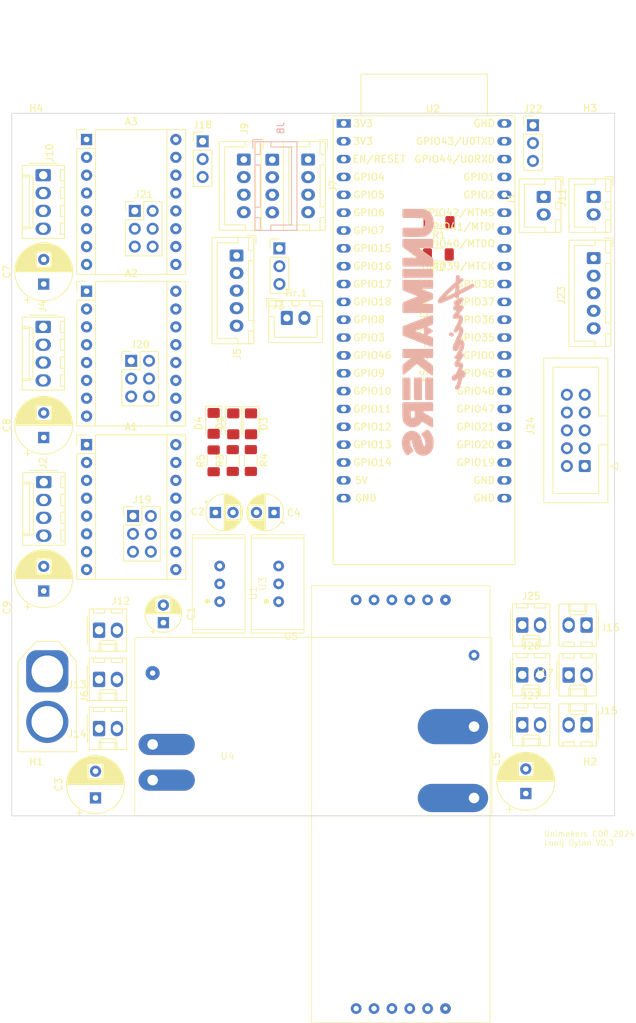
<source format=kicad_pcb>
(kicad_pcb (version 20221018) (generator pcbnew)
  (title_block (title "Robot Unimakers CDR 2024") (date "2023-10-21") (rev "V0.3") (comment 4 "AISLER Project ID: SVBFSYCL"))
  (layers (0 "F.Cu" signal "Front") (31 "B.Cu" signal "Back") (34 "B.Paste" user) (35 "F.Paste" user) (36 "B.SilkS" user "B.Silkscreen") (37 "F.SilkS" user "F.Silkscreen") (38 "B.Mask" user) (39 "F.Mask" user) (44 "Edge.Cuts" user))
  (net 0 "")
  (net 1 "GND")
  (net 3 "Net-(A1-A2)")
  (net 4 "Net-(A1-A1)")
  (net 5 "Net-(A1-B1)")
  (net 6 "Net-(A1-B2)")
  (net 7 "+12V")
  (net 8 "EN")
  (net 9 "Net-(A1-M0)")
  (net 10 "Net-(A1-M1)")
  (net 11 "Net-(A1-M2)")
  (net 12 "+5V")
  (net 13 "STEP1")
  (net 14 "DIR1")
  (net 16 "Net-(A2-A2)")
  (net 17 "Net-(A2-A1)")
  (net 18 "Net-(A2-B1)")
  (net 19 "Net-(A2-B2)")
  (net 20 "Net-(A2-M0)")
  (net 21 "Net-(A2-M1)")
  (net 22 "Net-(A2-M2)")
  (net 23 "STEP2")
  (net 24 "DIR2")
  (net 25 "LIDARRX")
  (net 26 "LIDARTX")
  (net 27 "PWMLIDAR")
  (net 28 "SCL")
  (net 29 "SDA")
  (net 30 "Neopixel")
  (net 32 "Net-(A3-A2)")
  (net 33 "Net-(A3-A1)")
  (net 34 "Net-(A3-B1)")
  (net 35 "Net-(A3-B2)")
  (net 36 "Net-(A3-M0)")
  (net 37 "Net-(A3-M1)")
  (net 38 "Net-(A3-M2)")
  (net 39 "STEP3")
  (net 40 "DIR3")
  (net 41 "Net-(Tir.1-Pin_2)")
  (net 42 "Net-(J23-Pin_2)")
  (net 43 "Net-(J23-Pin_3)")
  (net 44 "Net-(J23-Pin_4)")
  (net 45 "Net-(J22-Pin_3)")
  (net 46 "Net-(J22-Pin_2)")
  (net 47 "+3.3V")
  (net 48 "/GP1")
  (net 49 "/GP2")
  (net 50 "Net-(D1-A)")
  (net 51 "+3.3VP")
  (net 52 "Net-(J18-Pin_2)")
  (net 53 "Net-(J23-Pin_5)")
  (net 54 "Net-(D3-A)")
  (net 55 "Net-(D4-A)")
  (net 56 "GPIO21")
  (net 57 "+5VP")
  (net 59 "GPIO47")
  (net 60 "GPIO48")
  (net 61 "GPIO45")
  (net 62 "GPIO38")
  (net 64 "/Power/PwrEn")
  (net 71 "GPIO37")
  (net 72 "GPIO36")
  (net 73 "GPI035")
  (footprint "Capacitor_THT:CP_Radial_D5.0mm_P2.50mm" (layer "F.Cu") (at -21.004 6.82)
    (fp_text reference "C2" (at -2.544887 -0.1) (layer "F.SilkS"))
    (fp_text value "C_Polarized")
    (pad "1" thru_hole rect (at 0 0) (size 1.6 1.6) (drill 0.8) (layers "*.Cu" "*.Mask") (net 12 "+5V"))
    (pad "2" thru_hole circle (at 2.5 0) (size 1.6 1.6) (drill 0.8) (layers "*.Cu" "*.Mask") (net 1 "GND"))
  )
  (footprint "Connector_PinHeader_2.54mm:PinHeader_1x03_P2.54mm_Vertical" (layer "F.Cu") (at -11.9 -30.772)
    (fp_text reference "J3" (at -0.15 8.125) (layer "F.SilkS"))
    (fp_text value "Conn_01x03")
    (pad "1" thru_hole rect (at 0 0) (size 1.7 1.7) (drill 1) (layers "*.Cu" "*.Mask") (net 30 "Neopixel"))
    (pad "2" thru_hole oval (at 0 2.54) (size 1.7 1.7) (drill 1) (layers "*.Cu" "*.Mask") (net 12 "+5V"))
    (pad "3" thru_hole oval (at 0 5.08) (size 1.7 1.7) (drill 1) (layers "*.Cu" "*.Mask") (net 1 "GND"))
  )
  (footprint "Connector_JST:JST_XH_B2B-XH-A_1x02_P2.50mm_Vertical" (layer "F.Cu") (at 25.692 -38.098 -90)
    (fp_text reference "J1" (at 0.3 4.6 90) (layer "F.SilkS"))
    (fp_text value "Conn_01x02")
    (pad "1" thru_hole roundrect (at 0 0 270) (size 1.7 2) (drill 1) (layers "*.Cu" "*.Mask") (roundrect_rratio 0.1470588235) (net 49 "/GP2"))
    (pad "2" thru_hole oval (at 2.5 0 270) (size 1.7 2) (drill 1) (layers "*.Cu" "*.Mask") (net 1 "GND"))
  )
  (footprint "Connector_Molex:Molex_KK-254_AE-6410-02A_1x02_P2.54mm_Vertical" (layer "F.Cu") (at -37.554 23.584)
    (fp_text reference "J12" (at 3.09 -4.15) (layer "F.SilkS"))
    (fp_text value "Conn_01x02")
    (pad "1" thru_hole roundrect (at 0 0) (size 1.74 2.19) (drill 1.19) (layers "*.Cu" "*.Mask") (roundrect_rratio 0.1436781609) (net 7 "+12V"))
    (pad "2" thru_hole oval (at 2.54 0) (size 1.74 2.19) (drill 1.19) (layers "*.Cu" "*.Mask") (net 1 "GND"))
  )
  (footprint "MountingHole:MountingHole_3.2mm_M3" (layer "F.Cu") (at -46.5 -46.5)
    (fp_text reference "H4" (at 0 -4.2) (layer "F.SilkS"))
    (fp_text value "MountingHole")
    (pad "" np_thru_hole circle (at 0 0) (size 3.2 3.2) (drill 3.2) (layers "*.Cu" "*.Mask"))
  )
  (footprint "Resistor_SMD:R_1206_3216Metric_Pad1.30x1.75mm_HandSolder" (layer "F.Cu") (at -15.964 -0.572 90)
    (fp_text reference "R4" (at 0.055 1.8825 90) (layer "F.SilkS"))
    (fp_text value "R_Small")
    (pad "1" smd roundrect (at -1.55 0 90) (size 1.3 1.75) (layers "F.Cu" "F.Paste" "F.Mask") (roundrect_rratio 0.1923076923) (net 12 "+5V"))
    (pad "2" smd roundrect (at 1.55 0 90) (size 1.3 1.75) (layers "F.Cu" "F.Paste" "F.Mask") (roundrect_rratio 0.1923076923) (net 54 "Net-(D3-A)"))
  )
  (footprint "Capacitor_THT:CP_Radial_D8.0mm_P3.50mm" (layer "F.Cu") (at -45.428 17.996 90)
    (fp_text reference "C9" (at -2.37 -5.25 90) (layer "F.SilkS"))
    (fp_text value "C_Polarized")
    (pad "1" thru_hole rect (at 0 0 90) (size 1.6 1.6) (drill 0.8) (layers "*.Cu" "*.Mask") (net 7 "+12V"))
    (pad "2" thru_hole circle (at 3.5 0 90) (size 1.6 1.6) (drill 0.8) (layers "*.Cu" "*.Mask") (net 1 "GND"))
  )
  (footprint "Connector_Molex:Molex_KK-254_AE-6410-02A_1x02_P2.54mm_Vertical" (layer "F.Cu") (at 29.248 29.954)
    (fp_text reference "J17" (at -3.5 -0.25) (layer "F.SilkS"))
    (fp_text value "Conn_01x02")
    (pad "1" thru_hole roundrect (at 0 0) (size 1.74 2.19) (drill 1.19) (layers "*.Cu" "*.Mask") (roundrect_rratio 0.1436781609) (net 57 "+5VP"))
    (pad "2" thru_hole oval (at 2.54 0) (size 1.74 2.19) (drill 1.19) (layers "*.Cu" "*.Mask") (net 1 "GND"))
  )
  (footprint "Connector_Molex:Molex_KK-254_AE-6410-02A_1x02_P2.54mm_Vertical" (layer "F.Cu") (at -37.554 37.584)
    (fp_text reference "J14" (at -3.11 0.75) (layer "F.SilkS"))
    (fp_text value "Conn_01x02")
    (pad "1" thru_hole roundrect (at 0 0) (size 1.74 2.19) (drill 1.19) (layers "*.Cu" "*.Mask") (roundrect_rratio 0.1436781609) (net 7 "+12V"))
    (pad "2" thru_hole oval (at 2.54 0) (size 1.74 2.19) (drill 1.19) (layers "*.Cu" "*.Mask") (net 1 "GND"))
  )
  (footprint "Connector_JST:JST_XH_B5B-XH-A_1x05_P2.50mm_Vertical" (layer "F.Cu") (at 32.804 -29.382 -90)
    (fp_text reference "J23" (at 5.3 4.6 90) (layer "F.SilkS"))
    (fp_text value "Conn_01x05")
    (pad "1" thru_hole roundrect (at 0 0 270) (size 1.7 1.95) (drill 0.95) (layers "*.Cu" "*.Mask") (roundrect_rratio 0.1470588235) (net 1 "GND"))
    (pad "2" thru_hole oval (at 2.5 0 270) (size 1.7 1.95) (drill 0.95) (layers "*.Cu" "*.Mask") (net 42 "Net-(J23-Pin_2)"))
    (pad "3" thru_hole oval (at 5 0 270) (size 1.7 1.95) (drill 0.95) (layers "*.Cu" "*.Mask") (net 43 "Net-(J23-Pin_3)"))
    (pad "4" thru_hole oval (at 7.5 0 270) (size 1.7 1.95) (drill 0.95) (layers "*.Cu" "*.Mask") (net 44 "Net-(J23-Pin_4)"))
    (pad "5" thru_hole oval (at 10 0 270) (size 1.7 1.95) (drill 0.95) (layers "*.Cu" "*.Mask") (net 53 "Net-(J23-Pin_5)"))
  )
  (footprint "Connector_Molex:Molex_KK-254_AE-6410-04A_1x04_P2.54mm_Vertical" (layer "F.Cu") (at -45.5 -19.596 -90)
    (fp_text reference "J4" (at -2.91 0.1 90) (layer "F.SilkS"))
    (fp_text value "Conn_01x04")
    (pad "1" thru_hole roundrect (at 0 0 270) (size 1.74 2.19) (drill 1.19) (layers "*.Cu" "*.Mask") (roundrect_rratio 0.1436781609) (net 16 "Net-(A2-A2)"))
    (pad "2" thru_hole oval (at 2.54 0 270) (size 1.74 2.19) (drill 1.19) (layers "*.Cu" "*.Mask") (net 17 "Net-(A2-A1)"))
    (pad "3" thru_hole oval (at 5.08 0 270) (size 1.74 2.19) (drill 1.19) (layers "*.Cu" "*.Mask") (net 18 "Net-(A2-B1)"))
    (pad "4" thru_hole oval (at 7.62 0 270) (size 1.74 2.19) (drill 1.19) (layers "*.Cu" "*.Mask") (net 19 "Net-(A2-B2)"))
  )
  (footprint "Capacitor_THT:CP_Radial_D5.0mm_P2.50mm" (layer "F.Cu") (at -12.662 6.82 180)
    (fp_text reference "C4" (at -2.8 -0.05) (layer "F.SilkS"))
    (fp_text value "C_Polarized")
    (pad "1" thru_hole rect (at 0 0 180) (size 1.6 1.6) (drill 0.8) (layers "*.Cu" "*.Mask") (net 51 "+3.3VP"))
    (pad "2" thru_hole circle (at 2.5 0 180) (size 1.6 1.6) (drill 0.8) (layers "*.Cu" "*.Mask") (net 1 "GND"))
  )
  (footprint "MountingHole:MountingHole_3.2mm_M3" (layer "F.Cu") (at -46.5 46.5)
    (fp_text reference "H1" (at 0 -4.2) (layer "F.SilkS"))
    (fp_text value "MountingHole")
    (pad "" np_thru_hole circle (at 0 0) (size 3.2 3.2) (drill 3.2) (layers "*.Cu" "*.Mask"))
  )
  (footprint "Connector_JST:JST_XH_B2B-XH-A_1x02_P2.50mm_Vertical" (layer "F.Cu") (at -10.844 -20.866)
    (fp_text reference "Tir.1" (at 1.25 -3.55) (layer "F.SilkS"))
    (fp_text value "Conn_01x02")
    (pad "1" thru_hole roundrect (at 0 0) (size 1.7 2) (drill 1) (layers "*.Cu" "*.Mask") (roundrect_rratio 0.1470588235) (net 1 "GND"))
    (pad "2" thru_hole oval (at 2.5 0) (size 1.7 2) (drill 1) (layers "*.Cu" "*.Mask") (net 41 "Net-(Tir.1-Pin_2)"))
  )
  (footprint "Connector_JST:JST_XH_B5B-XH-A_1x05_P2.50mm_Vertical" (layer "F.Cu") (at -17.996 -29.756 -90)
    (fp_text reference "J5" (at 14.05 -0.1 90) (layer "F.SilkS"))
    (fp_text value "Conn_01x05")
    (pad "1" thru_hole roundrect (at 0 0 270) (size 1.7 1.95) (drill 0.95) (layers "*.Cu" "*.Mask") (roundrect_rratio 0.1470588235) (net 12 "+5V"))
    (pad "2" thru_hole oval (at 2.5 0 270) (size 1.7 1.95) (drill 0.95) (layers "*.Cu" "*.Mask") (net 25 "LIDARRX"))
    (pad "3" thru_hole oval (at 5 0 270) (size 1.7 1.95) (drill 0.95) (layers "*.Cu" "*.Mask") (net 26 "LIDARTX"))
    (pad "4" thru_hole oval (at 7.5 0 270) (size 1.7 1.95) (drill 0.95) (layers "*.Cu" "*.Mask") (net 1 "GND"))
    (pad "5" thru_hole oval (at 10 0 270) (size 1.7 1.95) (drill 0.95) (layers "*.Cu" "*.Mask") (net 27 "PWMLIDAR"))
  )
  (footprint "Traco:Traco 2- 24xx" (layer "F.Cu") (at -20.536 16.98 90)
    (fp_text reference "U1" (at -1.3 4.9 90 unlocked) (layer "F.SilkS") (effects (font (thickness 0.1))))
    (fp_text value "TSR_2-2450")
    (pad "1" thru_hole circle (at -2.54 0.14 90) (size 1.524 1.524) (drill 0.762) (layers "*.Cu" "*.Mask") (net 7 "+12V"))
    (pad "2" thru_hole circle (at 0 0.14 90) (size 1.524 1.524) (drill 0.762) (layers "*.Cu" "*.Mask") (net 1 "GND"))
    (pad "3" thru_hole circle (at 2.54 0.14 90) (size 1.524 1.524) (drill 0.762) (layers "*.Cu" "*.Mask") (net 12 "+5V"))
  )
  (footprint "Connector_JST:JST_XH_B4B-XH-A_1x04_P2.50mm_Vertical" (layer "F.Cu") (at -7.819 -43.412 -90)
    (fp_text reference "J7" (at 3.75 -3.55 90) (layer "F.SilkS"))
    (fp_text value "Conn_01x04")
    (pad "1" thru_hole roundrect (at 0 0 270) (size 1.7 1.95) (drill 0.95) (layers "*.Cu" "*.Mask") (roundrect_rratio 0.1470588235) (net 52 "Net-(J18-Pin_2)"))
    (pad "2" thru_hole oval (at 2.5 0 270) (size 1.7 1.95) (drill 0.95) (layers "*.Cu" "*.Mask") (net 28 "SCL"))
    (pad "3" thru_hole oval (at 5 0 270) (size 1.7 1.95) (drill 0.95) (layers "*.Cu" "*.Mask") (net 29 "SDA"))
    (pad "4" thru_hole oval (at 7.5 0 270) (size 1.7 1.95) (drill 0.95) (layers "*.Cu" "*.Mask") (net 1 "GND"))
  )
  (footprint "ESP:ESP32-S3-DevKitC" (layer "F.Cu") (at -2.756 -48.552)
    (fp_text reference "U2" (at 12.7 -2.1) (layer "F.SilkS"))
    (fp_text value "ESP32-S3-DevKitC" (at 11.42632 29.46128 90) (layer "F.SilkS"))
    (fp_text user "GPIO6" (at 1.27 12.7 unlocked) (layer "F.SilkS") (effects (justify left)))
    (fp_text user "EN/RESET" (at 8.88632 5.07728 unlocked) (layer "F.SilkS") (effects (justify right)))
    (fp_text user "GPIO37" (at 21.59 25.4 unlocked) (layer "F.SilkS") (effects (justify right)))
    (fp_text user "GPIO16" (at 1.27 20.32 unlocked) (layer "F.SilkS") (effects (justify left)))
    (fp_text user "GPIO10" (at 1.27 38.1 unlocked) (layer "F.SilkS") (effects (justify left)))
    (fp_text user "GPIO3" (at 1.27 30.48 unlocked) (layer "F.SilkS") (effects (justify left)))
    (fp_text user "GPIO14" (at 1.27 48.26 unlocked) (layer "F.SilkS") (effects (justify left)))
    (fp_text user "GPIO9" (at 1.27 35.56 unlocked) (layer "F.SilkS") (effects (justify left)))
    (fp_text user "GPIO4" (at 1.27 7.62 unlocked) (layer "F.SilkS") (effects (justify left)))
    (fp_text user "GPIO41/MTDI" (at 21.59 14.7 unlocked) (layer "F.SilkS") (effects (justify right)))
    (fp_text user "GPIO47" (at 21.59 40.64 unlocked) (layer "F.SilkS") (effects (justify right)))
    (fp_text user "GPIO7" (at 1.27 15.24 unlocked) (layer "F.SilkS") (effects (justify left)))
    (fp_text user "GPIO2" (at 21.59 10.16 unlocked) (layer "F.SilkS") (effects (justify right)))
    (fp_text user "GPIO36" (at 21.59 27.94 unlocked) (layer "F.SilkS") (effects (justify right)))
    (fp_text user "GPIO17" (at 1.27 22.86 unlocked) (layer "F.SilkS") (effects (justify left)))
    (fp_text user "GPIO11" (at 1.27 40.64 unlocked) (layer "F.SilkS") (effects (justify left)))
    (fp_text user "GND" (at 21.59 50.8 unlocked) (layer "F.SilkS") (effects (justify right)))
    (fp_text user "GPIO38" (at 21.59 22.86 unlocked) (layer "F.SilkS") (effects (justify right)))
    (fp_text user "GPIO12" (at 1.27 43.18 unlocked) (layer "F.SilkS") (effects (justify left)))
    (fp_text user "GPIO39/MTCK" (at 21.59 20.32 unlocked) (layer "F.SilkS") (effects (justify right)))
    (fp_text user "GPIO1" (at 21.59 7.62 unlocked) (layer "F.SilkS") (effects (justify right)))
    (fp_text user "GPIO21" (at 21.59 43.18 unlocked) (layer "F.SilkS") (effects (justify right)))
    (fp_text user "GPIO15" (at 1.27 17.78 unlocked) (layer "F.SilkS") (effects (justify left)))
    (fp_text user "GPIO43/U0TXD" (at 21.59 2.54 unlocked) (layer "F.SilkS") (effects (justify right)))
    (fp_text user "GPIO18" (at 1.27 25.4 unlocked) (layer "F.SilkS") (effects (justify left)))
    (fp_text user "5V" (at 1.52032 50.79728 unlocked) (layer "F.SilkS") (effects (justify left)))
    (fp_text user "GND" (at 21.59 53.34 unlocked) (layer "F.SilkS") (effects (justify right)))
    (fp_text user "GPIO13" (at 1.27 45.72 unlocked) (layer "F.SilkS") (effects (justify left)))
    (fp_text user "3V3" (at 1.27 0 unlocked) (layer "F.SilkS") (effects (justify left)))
    (fp_text user "3V3" (at 1.27 2.54 unlocked) (layer "F.SilkS") (effects (justify left)))
    (fp_text user "GPIO46" (at 1.27 33.02 unlocked) (layer "F.SilkS") (effects (justify left)))
    (fp_text user "GPIO0" (at 21.59 33.02 unlocked) (layer "F.SilkS") (effects (justify right)))
    (fp_text user "GPIO19" (at 21.59 48.26 unlocked) (layer "F.SilkS") (effects (justify right)))
    (fp_text user "GPIO8" (at 1.27 27.94 unlocked) (layer "F.SilkS") (effects (justify left)))
    (fp_text user "GND" (at 1.52032 53.33728 unlocked) (layer "F.SilkS") (effects (justify left)))
    (fp_text user "GND" (at 21.59 0 unlocked) (layer "F.SilkS") (effects (justify right)))
    (fp_text user "GPIO5" (at 1.27 10.16 unlocked) (layer "F.SilkS") (effects (justify left)))
    (fp_text user "GPIO42/MTMS" (at 21.59 12.7 unlocked) (layer "F.SilkS") (effects (justify right)))
    (fp_text user "GPIO45" (at 21.59 35.56 unlocked) (layer "F.SilkS") (effects (justify right)))
    (fp_text user "GPIO48" (at 21.59 38.1 unlocked) (layer "F.SilkS") (effects (justify right)))
    (fp_text user "GPIO44/U0RXD" (at 21.59 5.08 unlocked) (layer "F.SilkS") (effects (justify right)))
    (fp_text user "GPIO35" (at 21.59 30.48 unlocked) (layer "F.SilkS") (effects (justify right)))
    (fp_text user "GPIO20" (at 21.59 45.72 unlocked) (layer "F.SilkS") (effects (justify right)))
    (fp_text user "GPIO40/MTDO" (at 21.6 17.1 unlocked) (layer "F.SilkS") (effects (justify right)))
    (pad "1" thru_hole rect (at 0 0 270) (size 1.2 2) (drill 0.8) (layers "*.Cu" "*.Mask") (net 47 "+3.3V"))
    (pad "2" thru_hole oval (at 0 2.54 270) (size 1.2 2) (drill 0.8) (layers "*.Cu" "*.Mask") (net 47 "+3.3V"))
    (pad "3" thru_hole oval (at 0 5.08 270) (size 1.2 2) (drill 0.8) (layers "*.Cu" "*.Mask"))
    (pad "4" thru_hole oval (at 0 7.62 270) (size 1.2 2) (drill 0.8) (layers "*.Cu" "*.Mask") (net 28 "SCL"))
    (pad "5" thru_hole oval (at 0 10.16 270) (size 1.2 2) (drill 0.8) (layers "*.Cu" "*.Mask") (net 29 "SDA"))
    (pad "6" thru_hole oval (at 0 12.7 270) (size 1.2 2) (drill 0.8) (layers "*.Cu" "*.Mask"))
    (pad "7" thru_hole oval (at 0 15.24 270) (size 1.2 2) (drill 0.8) (layers "*.Cu" "*.Mask") (net 30 "Neopixel"))
    (pad "8" thru_hole oval (at 0 17.78 270) (size 1.2 2) (drill 0.8) (layers "*.Cu" "*.Mask"))
    (pad "9" thru_hole oval (at 0 20.32 270) (size 1.2 2) (drill 0.8) (layers "*.Cu" "*.Mask"))
    (pad "10" thru_hole oval (at 0 22.86 270) (size 1.2 2) (drill 0.8) (layers "*.Cu" "*.Mask") (net 25 "LIDARRX"))
    (pad "11" thru_hole oval (at 0 25.4 270) (size 1.2 2) (drill 0.8) (layers "*.Cu" "*.Mask") (net 26 "LIDARTX"))
    (pad "12" thru_hole oval (at 0 27.94 270) (size 1.2 2) (drill 0.8) (layers "*.Cu" "*.Mask") (net 41 "Net-(Tir.1-Pin_2)"))
    (pad "13" thru_hole oval (at 0 30.48 270) (size 1.2 2) (drill 0.8) (layers "*.Cu" "*.Mask") (net 27 "PWMLIDAR"))
    (pad "14" thru_hole oval (at 0 33.02 270) (size 1.2 2) (drill 0.8) (layers "*.Cu" "*.Mask") (net 8 "EN"))
    (pad "15" thru_hole oval (at 0 35.56 270) (size 1.2 2) (drill 0.8) (layers "*.Cu" "*.Mask") (net 40 "DIR3"))
    (pad "16" thru_hole oval (at 0 38.1 270) (size 1.2 2) (drill 0.8) (layers "*.Cu" "*.Mask") (net 39 "STEP3"))
    (pad "17" thru_hole oval (at 0 40.64 270) (size 1.2 2) (drill 0.8) (layers "*.Cu" "*.Mask") (net 24 "DIR2"))
    (pad "18" thru_hole oval (at 0 43.18 270) (size 1.2 2) (drill 0.8) (layers "*.Cu" "*.Mask") (net 23 "STEP2"))
    (pad "19" thru_hole oval (at 0 45.72 270) (size 1.2 2) (drill 0.8) (layers "*.Cu" "*.Mask") (net 14 "DIR1"))
    (pad "20" thru_hole oval (at -0.00368 48.25728 270) (size 1.2 2) (drill 0.8) (layers "*.Cu" "*.Mask") (net 13 "STEP1"))
    (pad "21" thru_hole oval (at -0.00368 50.79728 270) (size 1.2 2) (drill 0.8) (layers "*.Cu" "*.Mask") (net 12 "+5V"))
    (pad "22" thru_hole oval (at -0.00368 53.33728 270) (size 1.2 2) (drill 0.8) (layers "*.Cu" "*.Mask") (net 1 "GND"))
    (pad "23" thru_hole oval (at 22.86 53.34 270) (size 1.2 2) (drill 0.8) (layers "*.Cu" "*.Mask") (net 1 "GND"))
    (pad "24" thru_hole oval (at 22.86 50.8 270) (size 1.2 2) (drill 0.8) (layers "*.Cu" "*.Mask") (net 1 "GND"))
    (pad "25" thru_hole oval (at 22.86 48.26 270) (size 1.2 2) (drill 0.8) (layers "*.Cu" "*.Mask"))
    (pad "26" thru_hole oval (at 22.86 45.72 270) (size 1.2 2) (drill 0.8) (layers "*.Cu" "*.Mask"))
    (pad "27" thru_hole oval (at 22.86 43.18 270) (size 1.2 2) (drill 0.8) (layers "*.Cu" "*.Mask") (net 56 "GPIO21"))
    (pad "28" thru_hole oval (at 22.86 40.64 270) (size 1.2 2) (drill 0.8) (layers "*.Cu" "*.Mask") (net 59 "GPIO47"))
    (pad "29" thru_hole oval (at 22.86 38.1 270) (size 1.2 2) (drill 0.8) (layers "*.Cu" "*.Mask") (net 60 "GPIO48"))
    (pad "30" thru_hole oval (at 22.86 35.56 270) (size 1.2 2) (drill 0.8) (layers "*.Cu" "*.Mask") (net 61 "GPIO45"))
    (pad "31" thru_hole oval (at 22.86 33.02 270) (size 1.2 2) (drill 0.8) (layers "*.Cu" "*.Mask"))
    (pad "32" thru_hole oval (at 22.86 30.48 270) (size 1.2 2) (drill 0.8) (layers "*.Cu" "*.Mask") (net 73 "GPI035"))
    (pad "33" thru_hole oval (at 22.86 27.94 270) (size 1.2 2) (drill 0.8) (layers "*.Cu" "*.Mask") (net 72 "GPIO36"))
    (pad "34" thru_hole oval (at 22.86 25.4 270) (size 1.2 2) (drill 0.8) (layers "*.Cu" "*.Mask") (net 71 "GPIO37"))
    (pad "35" thru_hole oval (at 22.86 22.86 270) (size 1.2 2) (drill 0.8) (layers "*.Cu" "*.Mask") (net 62 "GPIO38"))
    (pad "36" thru_hole oval (at 22.86 20.32 270) (size 1.2 2) (drill 0.8) (layers "*.Cu" "*.Mask") (net 53 "Net-(J23-Pin_5)"))
    (pad "37" thru_hole oval (at 22.86 17.78 270) (size 1.2 2) (drill 0.8) (layers "*.Cu" "*.Mask") (net 44 "Net-(J23-Pin_4)"))
    (pad "38" thru_hole oval (at 22.86 15.24 270) (size 1.2 2) (drill 0.8) (layers "*.Cu" "*.Mask") (net 43 "Net-(J23-Pin_3)"))
    (pad "39" thru_hole oval (at 22.86 12.7 270) (size 1.2 2) (drill 0.8) (layers "*.Cu" "*.Mask") (net 42 "Net-(J23-Pin_2)"))
    (pad "40" thru_hole oval (at 22.86 10.16 270) (size 1.2 2) (drill 0.8) (layers "*.Cu" "*.Mask") (net 49 "/GP2"))
    (pad "41" thru_hole oval (at 22.86 7.62 270) (size 1.2 2) (drill 0.8) (layers "*.Cu" "*.Mask") (net 48 "/GP1"))
    (pad "42" thru_hole oval (at 22.86 5.08 270) (size 1.2 2) (drill 0.8) (layers "*.Cu" "*.Mask") (net 45 "Net-(J22-Pin_3)"))
    (pad "43" thru_hole oval (at 22.86 2.54 270) (size 1.2 2) (drill 0.8) (layers "*.Cu" "*.Mask") (net 46 "Net-(J22-Pin_2)"))
    (pad "44" thru_hole oval (at 22.86 0 270) (size 1.2 2) (drill 0.8) (layers "*.Cu" "*.Mask") (net 1 "GND"))
  )
  (footprint "MountingHole:MountingHole_3.2mm_M3" (layer "F.Cu") (at 32.296 46.5)
    (fp_text reference "H2" (at 0 -4.2) (layer "F.SilkS"))
    (fp_text value "MountingHole")
    (pad "" np_thru_hole circle (at 0 0) (size 3.2 3.2) (drill 3.2) (layers "F&B.Cu" "*.Mask"))
  )
  (footprint "Connector_PinHeader_2.54mm:PinHeader_2x03_P2.54mm_Vertical" (layer "F.Cu") (at -32.987 -14.77)
    (fp_text reference "J20" (at 1.27 -2.33) (layer "F.SilkS"))
    (fp_text value "Conn_02x03_Odd_Even")
    (pad "1" thru_hole rect (at 0 0) (size 1.7 1.7) (drill 1) (layers "*.Cu" "*.Mask") (net 12 "+5V"))
    (pad "2" thru_hole oval (at 2.54 0) (size 1.7 1.7) (drill 1) (layers "*.Cu" "*.Mask") (net 22 "Net-(A2-M2)"))
    (pad "3" thru_hole oval (at 0 2.54) (size 1.7 1.7) (drill 1) (layers "*.Cu" "*.Mask") (net 12 "+5V"))
    (pad "4" thru_hole oval (at 2.54 2.54) (size 1.7 1.7) (drill 1) (layers "*.Cu" "*.Mask") (net 21 "Net-(A2-M1)"))
    (pad "5" thru_hole oval (at 0 5.08) (size 1.7 1.7) (drill 1) (layers "*.Cu" "*.Mask") (net 12 "+5V"))
    (pad "6" thru_hole oval (at 2.54 5.08) (size 1.7 1.7) (drill 1) (layers "*.Cu" "*.Mask") (net 20 "Net-(A2-M0)"))
  )
  (footprint "Resistor_SMD:R_1206_3216Metric_Pad1.30x1.75mm_HandSolder" (layer "F.Cu") (at 10.706 -29.9 180)
    (fp_text reference "R2" (at 0 -1.82) (layer "F.SilkS"))
    (fp_text value "R")
    (pad "1" smd roundrect (at -1.55 0 180) (size 1.3 1.75) (layers "F.Cu" "F.Paste" "F.Mask") (roundrect_rratio 0.1923076923) (net 47 "+3.3V"))
    (pad "2" smd roundrect (at 1.55 0 180) (size 1.3 1.75) (layers "F.Cu" "F.Paste" "F.Mask") (roundrect_rratio 0.1923076923) (net 29 "SDA"))
  )
  (footprint "Connector_Molex:Molex_KK-254_AE-6410-02A_1x02_P2.54mm_Vertical" (layer "F.Cu") (at -37.554 30.584)
    (fp_text reference "J13" (at -3.11 0.75) (layer "F.SilkS"))
    (fp_text value "Conn_01x02")
    (pad "1" thru_hole roundrect (at 0 0) (size 1.74 2.19) (drill 1.19) (layers "*.Cu" "*.Mask") (roundrect_rratio 0.1436781609) (net 7 "+12V"))
    (pad "2" thru_hole oval (at 2.54 0) (size 1.74 2.19) (drill 1.19) (layers "*.Cu" "*.Mask") (net 1 "GND"))
  )
  (footprint "Connector_PinHeader_2.54mm:PinHeader_2x03_P2.54mm_Vertical" (layer "F.Cu") (at -32.728 7.328)
    (fp_text reference "J19" (at 1.27 -2.33) (layer "F.SilkS"))
    (fp_text value "Conn_02x03_Odd_Even")
    (pad "1" thru_hole rect (at 0 0) (size 1.7 1.7) (drill 1) (layers "*.Cu" "*.Mask") (net 12 "+5V"))
    (pad "2" thru_hole oval (at 2.54 0) (size 1.7 1.7) (drill 1) (layers "*.Cu" "*.Mask") (net 11 "Net-(A1-M2)"))
    (pad "3" thru_hole oval (at 0 2.54) (size 1.7 1.7) (drill 1) (layers "*.Cu" "*.Mask") (net 12 "+5V"))
    (pad "4" thru_hole oval (at 2.54 2.54) (size 1.7 1.7) (drill 1) (layers "*.Cu" "*.Mask") (net 10 "Net-(A1-M1)"))
    (pad "5" thru_hole oval (at 0 5.08) (size 1.7 1.7) (drill 1) (layers "*.Cu" "*.Mask") (net 12 "+5V"))
    (pad "6" thru_hole oval (at 2.54 5.08) (size 1.7 1.7) (drill 1) (layers "*.Cu" "*.Mask") (net 9 "Net-(A1-M0)"))
  )
  (footprint "Connector_Molex:Molex_KK-254_AE-6410-02A_1x02_P2.54mm_Vertical" (layer "F.Cu") (at 22.644 37.046)
    (fp_text reference "J27" (at 1.27 -4.12) (layer "F.SilkS"))
    (fp_text value "Conn_01x02")
    (pad "1" thru_hole roundrect (at 0 0) (size 1.74 2.19) (drill 1.19) (layers "*.Cu" "*.Mask") (roundrect_rratio 0.143678) (net 51 "+3.3VP"))
    (pad "2" thru_hole oval (at 2.54 0) (size 1.74 2.19) (drill 1.19) (layers "*.Cu" "*.Mask") (net 1 "GND"))
  )
  (footprint "Connector_Molex:Molex_KK-254_AE-6410-02A_1x02_P2.54mm_Vertical" (layer "F.Cu") (at 31.788 22.842 180)
    (fp_text reference "J16" (at -3.38 -0.37) (layer "F.SilkS"))
    (fp_text value "Conn_01x02")
    (pad "1" thru_hole roundrect (at 0 0 180) (size 1.74 2.19) (drill 1.19) (layers "*.Cu" "*.Mask") (roundrect_rratio 0.1436781609) (net 57 "+5VP"))
    (pad "2" thru_hole oval (at 2.54 0 180) (size 1.74 2.19) (drill 1.19) (layers "*.Cu" "*.Mask") (net 1 "GND"))
  )
  (footprint "Module:Pololu_Breakout-16_15.2x20.3mm" (layer "F.Cu") (at -39.332 -24.676)
    (fp_text reference "A2" (at 6.35 -2.54) (layer "F.SilkS"))
    (fp_text value "Pololu_Breakout_DRV8825")
    (pad "1" thru_hole rect (at 0 0) (size 1.6 1.6) (drill 0.8) (layers "*.Cu" "*.Mask") (net 1 "GND"))
    (pad "2" thru_hole oval (at 0 2.54) (size 1.6 1.6) (drill 0.8) (layers "*.Cu" "*.Mask"))
    (pad "3" thru_hole oval (at 0 5.08) (size 1.6 1.6) (drill 0.8) (layers "*.Cu" "*.Mask") (net 16 "Net-(A2-A2)"))
    (pad "4" thru_hole oval (at 0 7.62) (size 1.6 1.6) (drill 0.8) (layers "*.Cu" "*.Mask") (net 17 "Net-(A2-A1)"))
    (pad "5" thru_hole oval (at 0 10.16) (size 1.6 1.6) (drill 0.8) (layers "*.Cu" "*.Mask") (net 18 "Net-(A2-B1)"))
    (pad "6" thru_hole oval (at 0 12.7) (size 1.6 1.6) (drill 0.8) (layers "*.Cu" "*.Mask") (net 19 "Net-(A2-B2)"))
    (pad "7" thru_hole oval (at 0 15.24) (size 1.6 1.6) (drill 0.8) (layers "*.Cu" "*.Mask") (net 1 "GND"))
    (pad "8" thru_hole oval (at 0 17.78) (size 1.6 1.6) (drill 0.8) (layers "*.Cu" "*.Mask") (net 7 "+12V"))
    (pad "9" thru_hole oval (at 12.7 17.78) (size 1.6 1.6) (drill 0.8) (layers "*.Cu" "*.Mask") (net 8 "EN"))
    (pad "10" thru_hole oval (at 12.7 15.24) (size 1.6 1.6) (drill 0.8) (layers "*.Cu" "*.Mask") (net 20 "Net-(A2-M0)"))
    (pad "11" thru_hole oval (at 12.7 12.7) (size 1.6 1.6) (drill 0.8) (layers "*.Cu" "*.Mask") (net 21 "Net-(A2-M1)"))
    (pad "12" thru_hole oval (at 12.7 10.16) (size 1.6 1.6) (drill 0.8) (layers "*.Cu" "*.Mask") (net 22 "Net-(A2-M2)"))
    (pad "13" thru_hole oval (at 12.7 7.62) (size 1.6 1.6) (drill 0.8) (layers "*.Cu" "*.Mask") (net 12 "+5V"))
    (pad "14" thru_hole oval (at 12.7 5.08) (size 1.6 1.6) (drill 0.8) (layers "*.Cu" "*.Mask") (net 12 "+5V"))
    (pad "15" thru_hole oval (at 12.7 2.54) (size 1.6 1.6) (drill 0.8) (layers "*.Cu" "*.Mask") (net 23 "STEP2"))
    (pad "16" thru_hole oval (at 12.7 0) (size 1.6 1.6) (drill 0.8) (layers "*.Cu" "*.Mask") (net 24 "DIR2"))
  )
  (footprint "Traco:Traco 2- 24xx" (layer "F.Cu") (at -12.154 16.98 90)
    (fp_text reference "U3" (at 0 -2.146 90 unlocked) (layer "F.SilkS") (effects (font (thickness 0.1))))
    (fp_text value "TSR_2-2433")
    (pad "1" thru_hole circle (at -2.54 0.14 90) (size 1.524 1.524) (drill 0.762) (layers "*.Cu" "*.Mask") (net 7 "+12V"))
    (pad "2" thru_hole circle (at 0 0.14 90) (size 1.524 1.524) (drill 0.762) (layers "*.Cu" "*.Mask") (net 1 "GND"))
    (pad "3" thru_hole circle (at 2.54 0.14 90) (size 1.524 1.524) (drill 0.762) (layers "*.Cu" "*.Mask") (net 51 "+3.3VP"))
  )
  (footprint "Capacitor_THT:CP_Radial_D8.0mm_P3.50mm" (layer "F.Cu") (at 23.152 46.826651 90)
    (fp_text reference "C5" (at 4.9 -4.2 90) (layer "F.SilkS"))
    (fp_text value "C_Polarized")
    (pad "1" thru_hole rect (at 0 0 90) (size 1.6 1.6) (drill 0.8) (layers "*.Cu" "*.Mask") (net 57 "+5VP"))
    (pad "2" thru_hole circle (at 3.5 0 90) (size 1.6 1.6) (drill 0.8) (layers "*.Cu" "*.Mask") (net 1 "GND"))
  )
  (footprint "Resistor_SMD:R_1206_3216Metric_Pad1.30x1.75mm_HandSolder" (layer "F.Cu") (at -18.539 -0.572 90)
    (fp_text reference "R3" (at 0 -1.82 90) (layer "F.SilkS"))
    (fp_text value "R_Small")
    (pad "1" smd roundrect (at -1.55 0 90) (size 1.3 1.75) (layers "F.Cu" "F.Paste" "F.Mask") (roundrect_rratio 0.1923076923) (net 51 "+3.3VP"))
    (pad "2" smd roundrect (at 1.55 0 90) (size 1.3 1.75) (layers "F.Cu" "F.Paste" "F.Mask") (roundrect_rratio 0.1923076923) (net 50 "Net-(D1-A)"))
  )
  (footprint "Connector_AMASS:AMASS_XT60-M_1x02_P7.20mm_Vertical" (layer "F.Cu") (at -44.92 29.426 -90)
    (fp_text reference "J6" (at 3.6 -5.3 90) (layer "F.SilkS"))
    (fp_text value "Conn_01x02")
    (pad "1" thru_hole roundrect (at 0 0 270) (size 6 6) (drill 4.5) (layers "*.Cu" "*.Mask") (net 1 "GND"))
    (pad "2" thru_hole circle (at 7.2 0 270) (size 6 6) (drill 4.5) (layers "*.Cu" "*.Mask") (net 7 "+12V"))
  )
  (footprint "Connector_PinHeader_2.54mm:PinHeader_2x03_P2.54mm_Vertical" (layer "F.Cu") (at -32.474 -36.106)
    (fp_text reference "J21" (at 1.27 -2.33) (layer "F.SilkS"))
    (fp_text value "Conn_02x03_Odd_Even")
    (pad "1" thru_hole rect (at 0 0) (size 1.7 1.7) (drill 1) (layers "*.Cu" "*.Mask") (net 12 "+5V"))
    (pad "2" thru_hole oval (at 2.54 0) (size 1.7 1.7) (drill 1) (layers "*.Cu" "*.Mask") (net 38 "Net-(A3-M2)"))
    (pad "3" thru_hole oval (at 0 2.54) (size 1.7 1.7) (drill 1) (layers "*.Cu" "*.Mask") (net 12 "+5V"))
    (pad "4" thru_hole oval (at 2.54 2.54) (size 1.7 1.7) (drill 1) (layers "*.Cu" "*.Mask") (net 37 "Net-(A3-M1)"))
    (pad "5" thru_hole oval (at 0 5.08) (size 1.7 1.7) (drill 1) (layers "*.Cu" "*.Mask") (net 12 "+5V"))
    (pad "6" thru_hole oval (at 2.54 5.08) (size 1.7 1.7) (drill 1) (layers "*.Cu" "*.Mask") (net 36 "Net-(A3-M0)"))
  )
  (footprint "Connector_Molex:Molex_KK-254_AE-6410-02A_1x02_P2.54mm_Vertical" (layer "F.Cu") (at 22.644 22.842)
    (fp_text reference "J25" (at 1.27 -4.12) (layer "F.SilkS"))
    (fp_text value "Conn_01x02")
    (pad "1" thru_hole roundrect (at 0 0) (size 1.74 2.19) (drill 1.19) (layers "*.Cu" "*.Mask") (roundrect_rratio 0.143678) (net 51 "+3.3VP"))
    (pad "2" thru_hole oval (at 2.54 0) (size 1.74 2.19) (drill 1.19) (layers "*.Cu" "*.Mask") (net 1 "GND"))
  )
  (footprint "LED_SMD:LED_1206_3216Metric_Pad1.42x1.75mm_HandSolder" (layer "F.Cu") (at -21.258 -5.8595 -90)
    (fp_text reference "D4" (at -0.025 2.125 90) (layer "F.SilkS"))
    (fp_text value "LED_Small")
    (pad "1" smd roundrect (at -1.4875 0 270) (size 1.425 1.75) (layers "F.Cu" "F.Paste" "F.Mask") (roundrect_rratio 0.1754392982) (net 1 "GND"))
    (pad "2" smd roundrect (at 1.4875 0 270) (size 1.425 1.75) (layers "F.Cu" "F.Paste" "F.Mask") (roundrect_rratio 0.1754392982) (net 55 "Net-(D4-A)"))
  )
  (footprint "LED_SMD:LED_1206_3216Metric_Pad1.42x1.75mm_HandSolder" (layer "F.Cu") (at -18.464 -5.797 -90)
    (fp_text reference "D1" (at -0.13 1.9175 90) (layer "F.SilkS"))
    (fp_text value "LED_Small")
    (pad "1" smd roundrect (at -1.4875 0 270) (size 1.425 1.75) (layers "F.Cu" "F.Paste" "F.Mask") (roundrect_rratio 0.1754392982) (net 1 "GND"))
    (pad "2" smd roundrect (at 1.4875 0 270) (size 1.425 1.75) (layers "F.Cu" "F.Paste" "F.Mask") (roundrect_rratio 0.1754392982) (net 50 "Net-(D1-A)"))
  )
  (footprint "Capacitor_THT:CP_Radial_D5.0mm_P2.50mm" (layer "F.Cu") (at -28.41 22.503113 90)
    (fp_text reference "C1" (at 1.3 3.95 90) (layer "F.SilkS"))
    (fp_text value "C_Polarized")
    (pad "1" thru_hole rect (at 0 0 90) (size 1.6 1.6) (drill 0.8) (layers "*.Cu" "*.Mask") (net 7 "+12V"))
    (pad "2" thru_hole circle (at 2.5 0 90) (size 1.6 1.6) (drill 0.8) (layers "*.Cu" "*.Mask") (net 1 "GND"))
  )
  (footprint "Connector_JST:JST_XH_B4B-XH-A_1x04_P2.50mm_Vertical" (layer "F.Cu") (at -16.963 -43.412 -90)
    (fp_text reference "J9" (at -4.4 -0.1 90) (layer "F.SilkS"))
    (fp_text value "Conn_01x04")
    (pad "1" thru_hole roundrect (at 0 0 270) (size 1.7 1.95) (drill 0.95) (layers "*.Cu" "*.Mask") (roundrect_rratio 0.1470588235) (net 52 "Net-(J18-Pin_2)"))
    (pad "2" thru_hole oval (at 2.5 0 270) (size 1.7 1.95) (drill 0.95) (layers "*.Cu" "*.Mask") (net 28 "SCL"))
    (pad "3" thru_hole oval (at 5 0 270) (size 1.7 1.95) (drill 0.95) (layers "*.Cu" "*.Mask") (net 29 "SDA"))
    (pad "4" thru_hole oval (at 7.5 0 270) (size 1.7 1.95) (drill 0.95) (layers "*.Cu" "*.Mask") (net 1 "GND"))
  )
  (footprint "Connector_PinHeader_2.54mm:PinHeader_1x03_P2.54mm_Vertical" (layer "F.Cu") (at 24.168 -48.298)
    (fp_text reference "J22" (at 0 -2.33) (layer "F.SilkS"))
    (fp_text value "Conn_01x03")
    (pad "1" thru_hole rect (at 0 0) (size 1.7 1.7) (drill 1) (layers "*.Cu" "*.Mask") (net 1 "GND"))
    (pad "2" thru_hole oval (at 0 2.54) (size 1.7 1.7) (drill 1) (layers "*.Cu" "*.Mask") (net 46 "Net-(J22-Pin_2)"))
    (pad "3" thru_hole oval (at 0 5.08) (size 1.7 1.7) (drill 1) (layers "*.Cu" "*.Mask") (net 45 "Net-(J22-Pin_3)"))
  )
  (footprint "Connector_Molex:Molex_KK-254_AE-6410-04A_1x04_P2.54mm_Vertical" (layer "F.Cu") (at -45.428 2.502 -90)
    (fp_text reference "J2" (at -2.72 0.1 90) (layer "F.SilkS"))
    (fp_text value "Conn_01x04")
    (pad "1" thru_hole roundrect (at 0 0 270) (size 1.74 2.19) (drill 1.19) (layers "*.Cu" "*.Mask") (roundrect_rratio 0.1436781609) (net 3 "Net-(A1-A2)"))
    (pad "2" thru_hole oval (at 2.54 0 270) (size 1.74 2.19) (drill 1.19) (layers "*.Cu" "*.Mask") (net 4 "Net-(A1-A1)"))
    (pad "3" thru_hole oval (at 5.08 0 270) (size 1.74 2.19) (drill 1.19) (layers "*.Cu" "*.Mask") (net 5 "Net-(A1-B1)"))
    (pad "4" thru_hole oval (at 7.62 0 270) (size 1.74 2.19) (drill 1.19) (layers "*.Cu" "*.Mask") (net 6 "Net-(A1-B2)"))
  )
  (footprint "Connector_PinHeader_2.54mm:PinHeader_1x03_P2.54mm_Vertical" (layer "F.Cu") (at -22.822 -46.012)
    (fp_text reference "J18" (at 0 -2.33) (layer "F.SilkS"))
    (fp_text value "Conn_01x03")
    (pad "1" thru_hole rect (at 0 0) (size 1.7 1.7) (drill 1) (layers "*.Cu" "*.Mask") (net 51 "+3.3VP"))
    (pad "2" thru_hole oval (at 0 2.54) (size 1.7 1.7) (drill 1) (layers "*.Cu" "*.Mask") (net 52 "Net-(J18-Pin_2)"))
    (pad "3" thru_hole oval (at 0 5.08) (size 1.7 1.7) (drill 1) (layers "*.Cu" "*.Mask") (net 12 "+5V"))
  )
  (footprint "Traco:Traco TEN 50 series" (layer "F.Cu") (at -7.174 37.4)
    (fp_text reference "U4" (at -12.1 4.1 unlocked) (layer "F.SilkS") (effects (font (thickness 0.1))))
    (fp_text value "TEN_50-2411WI")
    (pad "1" thru_hole oval (at -22.76 7.52) (size 8 3) (drill 1.5 (offset 2 0)) (layers "*.Cu" "*.Mask") (net 7 "+12V"))
    (pad "2" thru_hole oval (at -22.76 2.44) (size 8 3) (drill 1.5 (offset 2 0)) (layers "*.Cu" "*.Mask") (net 1 "GND"))
    (pad "3" thru_hole circle (at -22.76 -7.72) (size 2 2) (drill 0.762) (layers "*.Cu" "*.Mask") (net 64 "/Power/PwrEn"))
    (pad "4" thru_hole oval (at 22.96 10.06) (size 10 4) (drill 1.5 (offset -3 0)) (layers "*.Cu" "*.Mask") (net 57 "+5VP"))
    (pad "5" thru_hole oval (at 22.96 -0.1) (size 10 5) (drill 1.5 (offset -3 0)) (layers "*.Cu" "*.Mask") (net 1 "GND"))
    (pad "6" thru_hole circle (at 22.96 -10.26) (size 1.524 1.524) (drill 0.762) (layers "*.Cu" "*.Mask"))
  )
  (footprint "LED_SMD:LED_1206_3216Metric_Pad1.42x1.75mm_HandSolder" (layer "F.Cu") (at -15.939 -5.797001 -90)
    (fp_text reference "D3" (at 0 -1.82 90) (layer "F.SilkS"))
    (fp_text value "LED_Small")
    (pad "1" smd roundrect (at -1.4875 0 270) (size 1.425 1.75) (layers "F.Cu" "F.Paste" "F.Mask") (roundrect_rratio 0.1754392982) (net 1 "GND"))
    (pad "2" smd roundrect (at 1.4875 0 270) (size 1.425 1.75) (layers "F.Cu" "F.Paste" "F.Mask") (roundrect_rratio 0.1754392982) (net 54 "Net-(D3-A)"))
  )
  (footprint "Module:Pololu_Breakout-16_15.2x20.3mm" (layer "F.Cu") (at -39.332 -2.832)
    (fp_text reference "A1" (at 6.35 -2.54) (layer "F.SilkS"))
    (fp_text value "Pololu_Breakout_DRV8825")
    (pad "1" thru_hole rect (at 0 0) (size 1.6 1.6) (drill 0.8) (layers "*.Cu" "*.Mask") (net 1 "GND"))
    (pad "2" thru_hole oval (at 0 2.54) (size 1.6 1.6) (drill 0.8) (layers "*.Cu" "*.Mask"))
    (pad "3" thru_hole oval (at 0 5.08) (size 1.6 1.6) (drill 0.8) (layers "*.Cu" "*.Mask") (net 3 "Net-(A1-A2)"))
    (pad "4" thru_hole oval (at 0 7.62) (size 1.6 1.6) (drill 0.8) (layers "*.Cu" "*.Mask") (net 4 "Net-(A1-A1)"))
    (pad "5" thru_hole oval (at 0 10.16) (size 1.6 1.6) (drill 0.8) (layers "*.Cu" "*.Mask") (net 5 "Net-(A1-B1)"))
    (pad "6" thru_hole oval (at 0 12.7) (size 1.6 1.6) (drill 0.8) (layers "*.Cu" "*.Mask") (net 6 "Net-(A1-B2)"))
    (pad "7" thru_hole oval (at 0 15.24) (size 1.6 1.6) (drill 0.8) (layers "*.Cu" "*.Mask") (net 1 "GND"))
    (pad "8" thru_hole oval (at 0 17.78) (size 1.6 1.6) (drill 0.8) (layers "*.Cu" "*.Mask") (net 7 "+12V"))
    (pad "9" thru_hole oval (at 12.7 17.78) (size 1.6 1.6) (drill 0.8) (layers "*.Cu" "*.Mask") (net 8 "EN"))
    (pad "10" thru_hole oval (at 12.7 15.24) (size 1.6 1.6) (drill 0.8) (layers "*.Cu" "*.Mask") (net 9 "Net-(A1-M0)"))
    (pad "11" thru_hole oval (at 12.7 12.7) (size 1.6 1.6) (drill 0.8) (layers "*.Cu" "*.Mask") (net 10 "Net-(A1-M1)"))
    (pad "12" thru_hole oval (at 12.7 10.16) (size 1.6 1.6) (drill 0.8) (layers "*.Cu" "*.Mask") (net 11 "Net-(A1-M2)"))
    (pad "13" thru_hole oval (at 12.7 7.62) (size 1.6 1.6) (drill 0.8) (layers "*.Cu" "*.Mask") (net 12 "+5V"))
    (pad "14" thru_hole oval (at 12.7 5.08) (size 1.6 1.6) (drill 0.8) (layers "*.Cu" "*.Mask") (net 12 "+5V"))
    (pad "15" thru_hole oval (at 12.7 2.54) (size 1.6 1.6) (drill 0.8) (layers "*.Cu" "*.Mask") (net 13 "STEP1"))
    (pad "16" thru_hole oval (at 12.7 0) (size 1.6 1.6) (drill 0.8) (layers "*.Cu" "*.Mask") (net 14 "DIR1"))
  )
  (footprint "Module:Pololu_Breakout-16_15.2x20.3mm" (layer "F.Cu") (at -39.332 -46.266)
    (fp_text reference "A3" (at 6.35 -2.54) (layer "F.SilkS"))
    (fp_text value "Pololu_Breakout_DRV8825")
    (pad "1" thru_hole rect (at 0 0) (size 1.6 1.6) (drill 0.8) (layers "*.Cu" "*.Mask") (net 1 "GND"))
    (pad "2" thru_hole oval (at 0 2.54) (size 1.6 1.6) (drill 0.8) (layers "*.Cu" "*.Mask"))
    (pad "3" thru_hole oval (at 0 5.08) (size 1.6 1.6) (drill 0.8) (layers "*.Cu" "*.Mask") (net 32 "Net-(A3-A2)"))
    (pad "4" thru_hole oval (at 0 7.62) (size 1.6 1.6) (drill 0.8) (layers "*.Cu" "*.Mask") (net 33 "Net-(A3-A1)"))
    (pad "5" thru_hole oval (at 0 10.16) (size 1.6 1.6) (drill 0.8) (layers "*.Cu" "*.Mask") (net 34 "Net-(A3-B1)"))
    (pad "6" thru_hole oval (at 0 12.7) (size 1.6 1.6) (drill 0.8) (layers "*.Cu" "*.Mask") (net 35 "Net-(A3-B2)"))
    (pad "7" thru_hole oval (at 0 15.24) (size 1.6 1.6) (drill 0.8) (layers "*.Cu" "*.Mask") (net 1 "GND"))
    (pad "8" thru_hole oval (at 0 17.78) (size 1.6 1.6) (drill 0.8) (layers "*.Cu" "*.Mask") (net 7 "+12V"))
    (pad "9" thru_hole oval (at 12.7 17.78) (size 1.6 1.6) (drill 0.8) (layers "*.Cu" "*.Mask") (net 8 "EN"))
    (pad "10" thru_hole oval (at 12.7 15.24) (size 1.6 1.6) (drill 0.8) (layers "*.Cu" "*.Mask") (net 36 "Net-(A3-M0)"))
    (pad "11" thru_hole oval (at 12.7 12.7) (size 1.6 1.6) (drill 0.8) (layers "*.Cu" "*.Mask") (net 37 "Net-(A3-M1)"))
    (pad "12" thru_hole oval (at 12.7 10.16) (size 1.6 1.6) (drill 0.8) (layers "*.Cu" "*.Mask") (net 38 "Net-(A3-M2)"))
    (pad "13" thru_hole oval (at 12.7 7.62) (size 1.6 1.6) (drill 0.8) (layers "*.Cu" "*.Mask") (net 12 "+5V"))
    (pad "14" thru_hole oval (at 12.7 5.08) (size 1.6 1.6) (drill 0.8) (layers "*.Cu" "*.Mask") (net 12 "+5V"))
    (pad "15" thru_hole oval (at 12.7 2.54) (size 1.6 1.6) (drill 0.8) (layers "*.Cu" "*.Mask") (net 39 "STEP3"))
    (pad "16" thru_hole oval (at 12.7 0) (size 1.6 1.6) (drill 0.8) (layers "*.Cu" "*.Mask") (net 40 "DIR3"))
  )
  (footprint "Connector_Molex:Molex_KK-254_AE-6410-04A_1x04_P2.54mm_Vertical" (layer "F.Cu") (at -45.5 -41.186 -90)
    (fp_text reference "J10" (at -3.165 -0.9 90) (layer "F.SilkS"))
    (fp_text value "Conn_01x04")
    (pad "1" thru_hole roundrect (at 0 0 270) (size 1.74 2.19) (drill 1.19) (layers "*.Cu" "*.Mask") (roundrect_rratio 0.1436781609) (net 32 "Net-(A3-A2)"))
    (pad "2" thru_hole oval (at 2.54 0 270) (size 1.74 2.19) (drill 1.19) (layers "*.Cu" "*.Mask") (net 33 "Net-(A3-A1)"))
    (pad "3" thru_hole oval (at 5.08 0 270) (size 1.74 2.19) (drill 1.19) (layers "*.Cu" "*.Mask") (net 34 "Net-(A3-B1)"))
    (pad "4" thru_hole oval (at 7.62 0 270) (size 1.74 2.19) (drill 1.19) (layers "*.Cu" "*.Mask") (net 35 "Net-(A3-B2)"))
  )
  (footprint "MountingHole:MountingHole_3.2mm_M3" (layer "F.Cu") (at 32.296 -46.52)
    (fp_text reference "H3" (at 0 -4.2) (layer "F.SilkS"))
    (fp_text value "MountingHole")
    (pad "" np_thru_hole circle (at 0 0) (size 3.2 3.2) (drill 3.2) (layers "*.Cu" "*.Mask"))
  )
  (footprint "Custom:PCA9685breakout" (layer "F.Cu") (at 5.372 48.349 -90)
    (fp_text reference "U5" (at -23.9 15.6 unlocked) (layer "F.SilkS") (effects (font (thickness 0.1))))
    (fp_text value "~")
    (pad "" np_thru_hole circle (at -27.813 -9.398 270) (size 1.524 1.524) (drill 2.5) (layers "F&B.Cu" "*.Mask"))
    (pad "" np_thru_hole circle (at -27.813 9.398 270) (size 1.524 1.524) (drill 2.5) (layers "F&B.Cu" "*.Mask"))
    (pad "" np_thru_hole circle (at 27.813 -9.398 270) (size 1.524 1.524) (drill 2.5) (layers "F&B.Cu" "*.Mask"))
    (pad "" np_thru_hole circle (at 27.813 9.398 270) (size 1.524 1.524) (drill 2.5) (layers "F&B.Cu" "*.Mask"))
    (pad "0" thru_hole circle (at -29.083 -6.35 270) (size 1.524 1.524) (drill 0.6) (layers "*.Cu" "*.Mask") (net 1 "GND"))
    (pad "0" thru_hole circle (at 29.083 -6.35 270) (size 1.524 1.524) (drill 0.6) (layers "*.Cu" "*.Mask") (net 1 "GND"))
    (pad "1" thru_hole circle (at -29.083 -3.81 270) (size 1.524 1.524) (drill 0.762) (layers "*.Cu" "*.Mask"))
    (pad "1" thru_hole circle (at 29.083 -3.81 270) (size 1.524 1.524) (drill 0.762) (layers "*.Cu" "*.Mask"))
    (pad "2" thru_hole circle (at -29.083 -1.27 270) (size 1.524 1.524) (drill 0.762) (layers "*.Cu" "*.Mask") (net 28 "SCL"))
    (pad "2" thru_hole circle (at 29.083 -1.27 270) (size 1.524 1.524) (drill 0.762) (layers "*.Cu" "*.Mask") (net 28 "SCL"))
    (pad "3" thru_hole circle (at -29.083 1.27 270) (size 1.524 1.524) (drill 0.762) (layers "*.Cu" "*.Mask") (net 29 "SDA"))
    (pad "3" thru_hole circle (at 29.083 1.27 270) (size 1.524 1.524) (drill 0.762) (layers "*.Cu" "*.Mask") (net 29 "SDA"))
    (pad "4" thru_hole circle (at -29.083 3.81 270) (size 1.524 1.524) (drill 0.762) (layers "*.Cu" "*.Mask") (net 12 "+5V"))
    (pad "4" thru_hole circle (at 29.083 3.81 270) (size 1.524 1.524) (drill 0.762) (layers "*.Cu" "*.Mask") (net 12 "+5V"))
    (pad "5" thru_hole circle (at -29.083 6.35 270) (size 1.524 1.524) (drill 0.762) (layers "*.Cu" "*.Mask") (net 57 "+5VP"))
    (pad "5" thru_hole circle (at 29.083 6.35 270) (size 1.524 1.524) (drill 0.762) (layers "*.Cu" "*.Mask") (net 57 "+5VP"))
  )
  (footprint "Connector_IDC:IDC-Header_2x05_P2.54mm_Vertical" (layer "F.Cu") (at 31.534 0.216 180)
    (fp_text reference "J24" (at 7.7 5.7 90) (layer "F.SilkS"))
    (fp_text value "Conn_02x05_Odd_Even")
    (pad "1" thru_hole roundrect (at 0 0 180) (size 1.7 1.7) (drill 1) (layers "*.Cu" "*.Mask") (roundrect_rratio 0.1470588235) (net 1 "GND"))
    (pad "2" thru_hole circle (at 2.54 0 180) (size 1.7 1.7) (drill 1) (layers "*.Cu" "*.Mask") (net 56 "GPIO21"))
    (pad "3" thru_hole circle (at 0 2.54 180) (size 1.7 1.7) (drill 1) (layers "*.Cu" "*.Mask") (net 62 "GPIO38"))
    (pad "4" thru_hole circle (at 2.54 2.54 180) (size 1.7 1.7) (drill 1) (layers "*.Cu" "*.Mask") (net 59 "GPIO47"))
    (pad "5" thru_hole circle (at 0 5.08 180) (size 1.7 1.7) (drill 1) (layers "*.Cu" "*.Mask") (net 71 "GPIO37"))
    (pad "6" thru_hole circle (at 2.54 5.08 180) (size 1.7 1.7) (drill 1) (layers "*.Cu" "*.Mask") (net 60 "GPIO48"))
    (pad "7" thru_hole circle (at 0 7.62 180) (size 1.7 1.7) (drill 1) (layers "*.Cu" "*.Mask") (net 72 "GPIO36"))
    (pad "8" thru_hole circle (at 2.54 7.62 180) (size 1.7 1.7) (drill 1) (layers "*.Cu" "*.Mask") (net 61 "GPIO45"))
    (pad "9" thru_hole circle (at 0 10.16 180) (size 1.7 1.7) (drill 1) (layers "*.Cu" "*.Mask") (net 73 "GPI035"))
    (pad "10" thru_hole circle (at 2.54 10.16 180) (size 1.7 1.7) (drill 1) (layers "*.Cu" "*.Mask") (net 1 "GND"))
  )
  (footprint "Resistor_SMD:R_1206_3216Metric_Pad1.30x1.75mm_HandSolder" (layer "F.Cu") (at -21.258 -0.5255 90)
    (fp_text reference "R5" (at 0 -1.82 90) (layer "F.SilkS"))
    (fp_text value "R_Small")
    (pad "1" smd roundrect (at -1.55 0 90) (size 1.3 1.75) (layers "F.Cu" "F.Paste" "F.Mask") (roundrect_rratio 0.1923076923) (net 7 "+12V"))
    (pad "2" smd roundrect (at 1.55 0 90) (size 1.3 1.75) (layers "F.Cu" "F.Paste" "F.Mask") (roundrect_rratio 0.1923076923) (net 55 "Net-(D4-A)"))
  )
  (footprint "Capacitor_THT:CP_Radial_D8.0mm_P3.50mm" (layer "F.Cu") (at -45.428 -3.848 90)
    (fp_text reference "C8" (at 1.75 -5.25 90) (layer "F.SilkS"))
    (fp_text value "C_Polarized")
    (pad "1" thru_hole rect (at 0 0 90) (size 1.6 1.6) (drill 0.8) (layers "*.Cu" "*.Mask") (net 7 "+12V"))
    (pad "2" thru_hole circle (at 3.5 0 90) (size 1.6 1.6) (drill 0.8) (layers "*.Cu" "*.Mask") (net 1 "GND"))
  )
  (footprint "Connector_Molex:Molex_KK-254_AE-6410-02A_1x02_P2.54mm_Vertical" (layer "F.Cu") (at 22.644 29.934)
    (fp_text reference "J26" (at 1.27 -4.12) (layer "F.SilkS"))
    (fp_text value "Conn_01x02")
    (pad "1" thru_hole roundrect (at 0 0) (size 1.74 2.19) (drill 1.19) (layers "*.Cu" "*.Mask") (roundrect_rratio 0.143678) (net 51 "+3.3VP"))
    (pad "2" thru_hole oval (at 2.54 0) (size 1.74 2.19) (drill 1.19) (layers "*.Cu" "*.Mask") (net 1 "GND"))
  )
  (footprint "Resistor_SMD:R_1206_3216Metric_Pad1.30x1.75mm_HandSolder" (layer "F.Cu") (at 10.806 -34.5 180)
    (fp_text reference "R1" (at 0 -1.82) (layer "F.SilkS"))
    (fp_text value "R")
    (pad "1" smd roundrect (at -1.55 0 180) (size 1.3 1.75) (layers "F.Cu" "F.Paste" "F.Mask") (roundrect_rratio 0.1923076923) (net 47 "+3.3V"))
    (pad "2" smd roundrect (at 1.55 0 180) (size 1.3 1.75) (layers "F.Cu" "F.Paste" "F.Mask") (roundrect_rratio 0.1923076923) (net 28 "SCL"))
  )
  (footprint "Capacitor_THT:CP_Radial_D8.0mm_P3.80mm" (layer "F.Cu") (at -38.062 47.45 90)
    (fp_text reference "C3" (at 1.9 -5.25 90) (layer "F.SilkS"))
    (fp_text value "C_Polarized")
    (pad "1" thru_hole rect (at 0 0 90) (size 1.6 1.6) (drill 0.8) (layers "*.Cu" "*.Mask") (net 7 "+12V"))
    (pad "2" thru_hole circle (at 3.8 0 90) (size 1.6 1.6) (drill 0.8) (layers "*.Cu" "*.Mask") (net 1 "GND"))
  )
  (footprint "Capacitor_THT:CP_Radial_D8.0mm_P3.50mm" (layer "F.Cu") (at -45.428 -25.692 90)
    (fp_text reference "C7" (at 1.75 -5.25 90) (layer "F.SilkS"))
    (fp_text value "C_Polarized")
    (pad "1" thru_hole rect (at 0 0 90) (size 1.6 1.6) (drill 0.8) (layers "*.Cu" "*.Mask") (net 7 "+12V"))
    (pad "2" thru_hole circle (at 3.5 0 90) (size 1.6 1.6) (drill 0.8) (layers "*.Cu" "*.Mask") (net 1 "GND"))
  )
  (footprint "Connector_Molex:Molex_KK-254_AE-6410-02A_1x02_P2.54mm_Vertical" (layer "F.Cu") (at 31.788 37.046 180)
    (fp_text reference "J15" (at -3.1 2) (layer "F.SilkS"))
    (fp_text value "Conn_01x02")
    (pad "1" thru_hole roundrect (at 0 0 180) (size 1.74 2.19) (drill 1.19) (layers "*.Cu" "*.Mask") (roundrect_rratio 0.1436781609) (net 57 "+5VP"))
    (pad "2" thru_hole oval (at 2.54 0 180) (size 1.74 2.19) (drill 1.19) (layers "*.Cu" "*.Mask") (net 1 "GND"))
  )
  (footprint "Connector_JST:JST_XH_B2B-XH-A_1x02_P2.50mm_Vertical" (layer "F.Cu") (at 32.804 -38.098 -90)
    (fp_text reference "J11" (at 0.1 4.5 90) (layer "F.SilkS"))
    (fp_text value "Conn_01x02")
    (pad "1" thru_hole roundrect (at 0 0 270) (size 1.7 2) (drill 1) (layers "*.Cu" "*.Mask") (roundrect_rratio 0.1470588235) (net 48 "/GP1"))
    (pad "2" thru_hole oval (at 2.5 0 270) (size 1.7 2) (drill 1) (layers "*.Cu" "*.Mask") (net 1 "GND"))
  )
  (footprint "Connector_JST:JST_XH_B4B-XH-A_1x04_P2.50mm_Vertical" (layer "B.Cu") (at -12.916 -43.392 -90)
    (fp_text reference "J8" (at -4.5 -1.2 90) (layer "B.SilkS") (effects (justify mirror)))
    (fp_text value "Conn_01x04")
    (pad "1" thru_hole roundrect (at 0 0 270) (size 1.7 1.95) (drill 0.95) (layers "*.Cu" "*.Mask") (roundrect_rratio 0.1470588235) (net 52 "Net-(J18-Pin_2)"))
    (pad "2" thru_hole oval (at 2.5 0 270) (size 1.7 1.95) (drill 0.95) (layers "*.Cu" "*.Mask") (net 28 "SCL"))
    (pad "3" thru_hole oval (at 5 0 270) (size 1.7 1.95) (drill 0.95) (layers "*.Cu" "*.Mask") (net 29 "SDA"))
    (pad "4" thru_hole oval (at 7.5 0 270) (size 1.7 1.95) (drill 0.95) (layers "*.Cu" "*.Mask") (net 1 "GND"))
  )
  (gr_poly (pts (xy 5.772778 -25.517085) (xy 5.783473 -24.907757) (xy 6.958522 -24.435924) (xy 7.793971 -24.097126) (xy 8.052447 -23.989728) (xy 8.152521 -23.945141) (xy 8.151982 -23.943568) (xy 8.148457 -23.940825) (xy 8.132749 -23.931949) (xy 8.068726 -23.901503) (xy 7.965118 -23.855763) (xy 7.826578 -23.796696) (xy 7.657772 -23.726264) (xy 7.463353 -23.646429) (xy 7.016323 -23.466411) (xy 6.563967 -23.284912) (xy 6.186228 -23.130612) (xy 5.922611 -23.019835) (xy 5.845943 -22.985869) (xy 5.812618 -22.968906) (xy 5.809391 -22.965911) (xy 5.806287 -22.962025) (xy 5.80331 -22.957227) (xy 5.800453 -22.951501) (xy 5.797717 -22.944824) (xy 5.795102 -22.937177) (xy 5.790218 -22.918899) (xy 5.785795 -22.896505) (xy 5.781818 -22.869843) (xy 5.778275 -22.838752) (xy 5.775156 -22.803076) (xy 5.772449 -22.762658) (xy 5.770142 -22.71734) (xy 5.768222 -22.666966) (xy 5.766677 -22.611381) (xy 5.765496 -22.550424) (xy 5.764667 -22.483939) (xy 5.764019 -22.333759) (xy 5.764018 -21.736339) (xy 9.804439 -21.736339) (xy 9.804439 -22.706417) (xy 8.674967 -22.716717) (xy 7.545513 -22.727015) (xy 8.665264 -23.176203) (xy 9.78503 -23.625393) (xy 9.785029 -24.242183) (xy 8.687496 -24.683665) (xy 8.261349 -24.8578) (xy 7.912372 -25.005576) (xy 7.676578 -25.111374) (xy 7.612377 -25.143652) (xy 7.595671 -25.153782) (xy 7.589977 -25.15958) (xy 7.5914 -25.161368) (xy 7.595627 -25.163133) (xy 7.612222 -25.166575) (xy 7.639235 -25.16989) (xy 7.676134 -25.173064) (xy 7.777473 -25.178917) (xy 7.912 -25.184) (xy 8.075474 -25.188182) (xy 8.263659 -25.191333) (xy 8.472314 -25.19332) (xy 8.697199 -25.194011) (xy 9.804439 -25.19401) (xy 9.804438 -26.126415) (xy 5.762081 -26.126415)) (stroke (width 0.330381)) (fill solid) (layer "B.SilkS"))
  (gr_poly (pts (xy 7.764827 -17.687793) (xy 9.172731 -17.1464) (xy 9.775325 -16.92036) (xy 9.776817 -16.920982) (xy 9.778291 -16.922948) (xy 9.781176 -16.930783) (xy 9.783964 -16.9436) (xy 9.786642 -16.961129) (xy 9.789191 -16.983107) (xy 9.7916 -17.009263) (xy 9.795929 -17.073047) (xy 9.799509 -17.150351) (xy 9.802218 -17.239036) (xy 9.803932 -17.336967) (xy 9.804531 -17.442012) (xy 9.804164 -17.606278) (xy 9.802542 -17.732854) (xy 9.79887 -17.82725) (xy 9.796022 -17.8641) (xy 9.792366 -17.894969) (xy 9.787803 -17.920545) (xy 9.782236 -17.941517) (xy 9.775567 -17.958572) (xy 9.767696 -17.9724) (xy 9.758525 -17.983688) (xy 9.747955 -17.993125) (xy 9.735888 -18.001397) (xy 9.722224 -18.009197) (xy 9.68139 -18.026589) (xy 9.596348 -18.059321) (xy 9.314502 -18.163219) (xy 8.918433 -18.305718) (xy 8.449886 -18.471645) (xy 7.563798 -18.786707) (xy 7.258716 -18.897785) (xy 7.104472 -18.956676) (xy 6.949077 -19.023319) (xy 8.328212 -19.508953) (xy 8.867543 -19.700699) (xy 9.31651 -19.863784) (xy 9.628266 -19.980948) (xy 9.718049 -20.016915) (xy 9.755962 -20.03493) (xy 9.759137 -20.038011) (xy 9.762193 -20.041895) (xy 9.765132 -20.046594) (xy 9.767956 -20.052122) (xy 9.770663 -20.058492) (xy 9.773257 -20.065718) (xy 9.77811 -20.08279) (xy 9.782521 -20.103443) (xy 9.7865 -20.127788) (xy 9.790055 -20.155928) (xy 9.793199 -20.187971) (xy 9.795936 -20.224023) (xy 9.798281 -20.264191) (xy 9.800237 -20.308583) (xy 9.801819 -20.357305) (xy 9.803032 -20.410461) (xy 9.803887 -20.468163) (xy 9.804561 -20.597622) (xy 9.804222 -20.75776) (xy 9.802795 -20.881136) (xy 9.799657 -20.972188) (xy 9.797251 -21.006979) (xy 9.794185 -21.035351) (xy 9.790381 -21.057859) (xy 9.785762 -21.075059) (xy 9.780249 -21.087505) (xy 9.773764 -21.095751) (xy 9.766232 -21.100352) (xy 9.757573 -21.101862) (xy 9.747713 -21.100834) (xy 9.736567 -21.097828) (xy 9.736492 -21.097835) (xy 9.117856 -20.86119) (xy 7.725978 -20.323337) (xy 5.783473 -19.57098) (xy 5.783472 -18.453753)) (stroke (width 0.330381)) (fill solid) (layer "B.SilkS"))
  (gr_poly (pts (xy 5.950542 -30.915607) (xy 6.101972 -30.800442) (xy 6.376444 -30.595244) (xy 7.138575 -30.030864) (xy 8.140131 -29.292712) (xy 6.952097 -29.282444) (xy 5.764063 -29.272167) (xy 5.764065 -28.340885) (xy 9.804485 -28.340885) (xy 9.804485 -29.269977) (xy 9.678217 -29.368076) (xy 9.548098 -29.465228) (xy 9.287223 -29.657242) (xy 8.524546 -30.214725) (xy 7.497142 -30.963276) (xy 8.650815 -30.973568) (xy 9.804485 -30.983859) (xy 9.804485 -31.953968) (xy 7.784281 -31.953953) (xy 5.764063 -31.953953) (xy 5.764063 -31.062198)) (stroke (width 0.330381)) (fill solid) (layer "B.SilkS"))
  (gr_poly (pts (xy 5.694963 -2.964269) (xy 5.700539 -2.873881) (xy 5.709438 -2.783134) (xy 5.721683 -2.692218) (xy 5.737305 -2.601317) (xy 5.756328 -2.510617) (xy 5.77878 -2.420305) (xy 5.804686 -2.330565) (xy 5.834075 -2.241589) (xy 5.866973 -2.153558) (xy 5.903406 -2.06666) (xy 5.9434 -1.981083) (xy 5.972694 -1.923391) (xy 6.002579 -1.867963) (xy 6.032837 -1.815066) (xy 6.063239 -1.764975) (xy 6.093561 -1.71796) (xy 6.12358 -1.674291) (xy 6.153069 -1.634241) (xy 6.181803 -1.598081) (xy 6.209559 -1.566082) (xy 6.236111 -1.538515) (xy 6.261233 -1.515652) (xy 6.284702 -1.497765) (xy 6.306292 -1.485125) (xy 6.316311 -1.480857) (xy 6.325778 -1.478002) (xy 6.334662 -1.476595) (xy 6.342936 -1.476668) (xy 6.350571 -1.478256) (xy 6.35754 -1.481395) (xy 6.41493 -1.519724) (xy 6.502369 -1.583107) (xy 6.608237 -1.662535) (xy 6.720914 -1.749001) (xy 6.82878 -1.8335) (xy 6.920212 -1.907021) (xy 6.983595 -1.960558) (xy 7.001135 -1.977018) (xy 7.007305 -1.985103) (xy 7.007155 -1.986315) (xy 7.00671 -1.987885) (xy 7.004963 -1.992047) (xy 7.002125 -1.997507) (xy 6.998256 -2.004181) (xy 6.993411 -2.011983) (xy 6.987651 -2.020834) (xy 6.973619 -2.041339) (xy 6.956631 -2.065024) (xy 6.937158 -2.09122) (xy 6.915668 -2.11926) (xy 6.892635 -2.148471) (xy 6.880387 -2.164294) (xy 6.867386 -2.182045) (xy 6.839568 -2.222559) (xy 6.810097 -2.26847) (xy 6.779884 -2.318236) (xy 6.74984 -2.370313) (xy 6.720878 -2.423159) (xy 6.693913 -2.475229) (xy 6.669856 -2.524982) (xy 6.653265 -2.561393) (xy 6.638417 -2.595491) (xy 6.625222 -2.627786) (xy 6.61358 -2.658792) (xy 6.603402 -2.68902) (xy 6.594594 -2.718979) (xy 6.587061 -2.749182) (xy 6.580709 -2.78014) (xy 6.575443 -2.812366) (xy 6.571173 -2.846369) (xy 6.5678 -2.882663) (xy 6.565234 -2.921757) (xy 6.563382 -2.964164) (xy 6.562146 -3.010395) (xy 6.561153 -3.116375) (xy 6.56149 -3.222906) (xy 6.563432 -3.308143) (xy 6.565201 -3.343813) (xy 6.567607 -3.375404) (xy 6.570731 -3.403332) (xy 6.574651 -3.428011) (xy 6.579446 -3.449855) (xy 6.585194 -3.469282) (xy 6.591975 -3.486705) (xy 6.599869 -3.50254) (xy 6.608954 -3.517201) (xy 6.619309 -3.531103) (xy 6.631014 -3.544661) (xy 6.644144 -3.558292) (xy 6.652638 -3.566343) (xy 6.661609 -3.57401) (xy 6.671023 -3.58129) (xy 6.680843 -3.588177) (xy 6.701563 -3.600755) (xy 6.723479 -3.611705) (xy 6.746302 -3.620989) (xy 6.769748 -3.628568) (xy 6.793526 -3.634405) (xy 6.817352 -3.638461) (xy 6.840934 -3.640697) (xy 6.86399 -3.641075) (xy 6.886227 -3.639559) (xy 6.896951 -3.638077) (xy 6.907361 -3.636107) (xy 6.917426 -3.633644) (xy 6.927105 -3.630682) (xy 6.936365 -3.627219) (xy 6.945168 -3.623248) (xy 6.95348 -3.618764) (xy 6.961266 -3.613763) (xy 6.968487 -3.60824) (xy 6.975109 -3.602192) (xy 6.979958 -3.595245) (xy 6.986229 -3.582818) (xy 6.993824 -3.565218) (xy 7.002643 -3.542752) (xy 7.02356 -3.484439) (xy 7.048191 -3.410331) (xy 7.075745 -3.322871) (xy 7.105433 -3.22451) (xy 7.136467 -3.117694) (xy 7.168056 -3.004871) (xy 7.242819 -2.74784) (xy 7.318565 -2.517273) (xy 7.356815 -2.411888) (xy 7.395325 -2.313095) (xy 7.434097 -2.22088) (xy 7.473133 -2.135236) (xy 7.512443 -2.056154) (xy 7.552026 -1.983626) (xy 7.591887 -1.917643) (xy 7.632033 -1.858197) (xy 7.672465 -1.805276) (xy 7.713189 -1.758874) (xy 7.754209 -1.718981) (xy 7.795528 -1.685589) (xy 7.860324 -1.640981) (xy 7.92635 -1.600422) (xy 7.993492 -1.563932) (xy 8.061635 -1.531533) (xy 8.130663 -1.503249) (xy 8.200463 -1.4791) (xy 8.270916 -1.45911) (xy 8.341911 -1.443301) (xy 8.413328 -1.431693) (xy 8.485055 -1.424312) (xy 8.556978 -1.421178) (xy 8.628978 -1.422312) (xy 8.700942 -1.427739) (xy 8.772754 -1.437478) (xy 8.844299 -1.451555) (xy 8.915461 -1.46999) (xy 8.99252 -1.494473) (xy 9.065842 -1.522095) (xy 9.13555 -1.552973) (xy 9.201767 -1.587227) (xy 9.264616 -1.62498) (xy 9.324219 -1.66635) (xy 9.380697 -1.711456) (xy 9.434176 -1.76042) (xy 9.484776 -1.81336) (xy 9.532622 -1.870397) (xy 9.577834 -1.93165) (xy 9.620535 -1.997243) (xy 9.660849 -2.067291) (xy 9.698897 -2.141916) (xy 9.734802 -2.221239) (xy 9.768688 -2.305378) (xy 9.787867 -2.362688) (xy 9.805173 -2.428182) (xy 9.820561 -2.500836) (xy 9.833988 -2.579629) (xy 9.845409 -2.663541) (xy 9.854778 -2.751546) (xy 9.862054 -2.842631) (xy 9.867191 -2.935766) (xy 9.870145 -3.029933) (xy 9.870871 -3.12411) (xy 9.869326 -3.217276) (xy 9.865466 -3.308408) (xy 9.859246 -3.396486) (xy 9.850621 -3.480487) (xy 9.839549 -3.55939) (xy 9.825984 -3.632174) (xy 9.826061 -3.632114) (xy 9.808954 -3.706472) (xy 9.789642 -3.779696) (xy 9.768103 -3.851831) (xy 9.744313 -3.922923) (xy 9.718247 -3.993018) (xy 9.689882 -4.062163) (xy 9.659195 -4.130403) (xy 9.626161 -4.197785) (xy 9.590756 -4.264355) (xy 9.552956 -4.330159) (xy 9.51274 -4.395242) (xy 9.47008 -4.459653) (xy 9.424954 -4.523437) (xy 9.377341 -4.586638) (xy 9.327212 -4.649304) (xy 9.274547 -4.711483) (xy 9.163495 -4.839015) (xy 8.833278 -4.602442) (xy 8.702259 -4.507812) (xy 8.589642 -4.42503) (xy 8.507423 -4.363016) (xy 8.481462 -4.342582) (xy 8.4676 -4.330684) (xy 8.46581 -4.328526) (xy 8.464428 -4.326013) (xy 8.463452 -4.323151) (xy 8.462875 -4.319952) (xy 8.462694 -4.31642) (xy 8.462904 -4.312563) (xy 8.463502 -4.308388) (xy 8.464482 -4.303905) (xy 8.46584 -4.299119) (xy 8.467571 -4.294038) (xy 8.469671 -4.288671) (xy 8.472136 -4.283024) (xy 8.47814 -4.270924) (xy 8.485551 -4.257797) (xy 8.49433 -4.243702) (xy 8.504442 -4.228704) (xy 8.51585 -4.212859) (xy 8.528522 -4.196228) (xy 8.542418 -4.178874) (xy 8.557505 -4.160856) (xy 8.573746 -4.142232) (xy 8.591106 -4.123066) (xy 8.632104 -4.076578) (xy 8.671237 -4.028187) (xy 8.743792 -3.926331) (xy 8.808573 -3.818773) (xy 8.865373 -3.706785) (xy 8.913995 -3.591643) (xy 8.954238 -3.474618) (xy 8.985893 -3.356985) (xy 9.008765 -3.240018) (xy 9.022652 -3.124989) (xy 9.027347 -3.013174) (xy 9.022653 -2.905845) (xy 9.008367 -2.804275) (xy 8.997563 -2.75605) (xy 8.984289 -2.709741) (xy 8.968512 -2.665509) (xy 8.950211 -2.623513) (xy 8.929362 -2.583913) (xy 8.905939 -2.546867) (xy 8.879916 -2.512534) (xy 8.851267 -2.481075) (xy 8.830689 -2.460847) (xy 8.811912 -2.443326) (xy 8.803106 -2.435581) (xy 8.79464 -2.428515) (xy 8.786474 -2.422127) (xy 8.778572 -2.416417) (xy 8.770895 -2.411387) (xy 8.763409 -2.407036) (xy 8.756074 -2.403366) (xy 8.748853 -2.400376) (xy 8.74171 -2.398067) (xy 8.734605 -2.396437) (xy 8.727502 -2.395492) (xy 8.720364 -2.395227) (xy 8.713154 -2.395645) (xy 8.705835 -2.396746) (xy 8.698366 -2.398529) (xy 8.690712 -2.400997) (xy 8.682837 -2.404148) (xy 8.674701 -2.407984) (xy 8.66627 -2.412505) (xy 8.657503 -2.417711) (xy 8.648365 -2.423602) (xy 8.638816 -2.430179) (xy 8.618343 -2.445394) (xy 8.595786 -2.463358) (xy 8.570841 -2.484073) (xy 8.553732 -2.499365) (xy 8.545526 -2.507462) (xy 8.537516 -2.515938) (xy 8.529679 -2.524858) (xy 8.52199 -2.534279) (xy 8.514421 -2.544263) (xy 8.50695 -2.554871) (xy 8.499549 -2.566163) (xy 8.492193 -2.5782) (xy 8.484857 -2.591042) (xy 8.477516 -2.604752) (xy 8.462716 -2.63501) (xy 8.447589 -2.669463) (xy 8.431932 -2.708593) (xy 8.415542 -2.752886) (xy 8.398214 -2.802828) (xy 8.379749 -2.858904) (xy 8.359938 -2.921598) (xy 8.338582 -2.991396) (xy 8.315476 -3.068784) (xy 8.290416 -3.154247) (xy 8.218386 -3.396301) (xy 8.154261 -3.598838) (xy 8.095758 -3.767198) (xy 8.067902 -3.840229) (xy 8.040596 -3.906716) (xy 8.013554 -3.96733) (xy 7.986489 -4.022735) (xy 7.95912 -4.0736) (xy 7.931159 -4.120591) (xy 7.902319 -4.164375) (xy 7.87232 -4.205622) (xy 7.840871 -4.244998) (xy 7.807689 -4.283169) (xy 7.774088 -4.318344) (xy 7.738546 -4.351703) (xy 7.70117 -4.383235) (xy 7.662067 -4.412928) (xy 7.621346 -4.440769) (xy 7.579107 -4.466748) (xy 7.535458 -4.490854) (xy 7.490511 -4.513073) (xy 7.444367 -4.533393) (xy 7.397133 -4.551806) (xy 7.348916 -4.568296) (xy 7.299826 -4.582853) (xy 7.199436 -4.60612) (xy 7.096819 -4.621514) (xy 6.992827 -4.62894) (xy 6.888305 -4.628305) (xy 6.784108 -4.619515) (xy 6.732398 -4.612031) (xy 6.681088 -4.602475) (xy 6.630284 -4.590832) (xy 6.580095 -4.57709) (xy 6.530623 -4.561241) (xy 6.481979 -4.543269) (xy 6.434265 -4.523166) (xy 6.387593 -4.500917) (xy 6.342064 -4.476512) (xy 6.297787 -4.449938) (xy 6.239787 -4.410091) (xy 6.184546 -4.365972) (xy 6.132095 -4.31777) (xy 6.082455 -4.265672) (xy 6.035656 -4.209862) (xy 5.991724 -4.150528) (xy 5.950686 -4.087855) (xy 5.912568 -4.022031) (xy 5.877397 -3.953243) (xy 5.845202 -3.881673) (xy 5.816004 -3.807512) (xy 5.789836 -3.730944) (xy 5.766722 -3.652155) (xy 5.746687 -3.571332) (xy 5.729761 -3.488662) (xy 5.71597 -3.40433) (xy 5.70534 -3.318523) (xy 5.697896 -3.231427) (xy 5.693669 -3.143228) (xy 5.692682 -3.054114)) (stroke (width 0.330381)) (fill solid) (layer "B.SilkS"))
  (gr_poly (pts (xy 6.579906 -9.343113) (xy 6.579906 -12.218021) (xy 5.764065 -12.21802) (xy 5.764065 -9.343112)) (stroke (width 0.330381)) (fill solid) (layer "B.SilkS"))
  (gr_poly (pts (xy 12.767542 -12.290318) (xy 12.769316 -12.270862) (xy 12.772589 -12.251587) (xy 12.777388 -12.232542) (xy 12.783736 -12.213778) (xy 12.791663 -12.195348) (xy 12.801193 -12.1773) (xy 12.812356 -12.159687) (xy 12.825176 -12.142559) (xy 12.834524 -12.131534) (xy 12.844002 -12.121416) (xy 12.853627 -12.11221) (xy 12.863421 -12.103924) (xy 12.873403 -12.096561) (xy 12.883592 -12.090126) (xy 12.894011 -12.084625) (xy 12.904676 -12.080063) (xy 12.91561 -12.076448) (xy 12.926831 -12.073781) (xy 12.938359 -12.072071) (xy 12.950215 -12.071321) (xy 12.962419 -12.071538) (xy 12.974989 -12.072726) (xy 12.987947 -12.074891) (xy 13.001312 -12.078037) (xy 13.015103 -12.082173) (xy 13.029341 -12.0873) (xy 13.044046 -12.093427) (xy 13.059239 -12.100556) (xy 13.074937 -12.108695) (xy 13.091162 -12.117848) (xy 13.107933 -12.128021) (xy 13.12527 -12.139218) (xy 13.143193 -12.151446) (xy 13.161722 -12.16471) (xy 13.180878 -12.179016) (xy 13.200679 -12.194368) (xy 13.242297 -12.228232) (xy 13.28674 -12.266346) (xy 13.312719 -12.288815) (xy 13.337165 -12.309289) (xy 13.360194 -12.327825) (xy 13.38192 -12.344484) (xy 13.402458 -12.359324) (xy 13.421922 -12.372408) (xy 13.440426 -12.383792) (xy 13.458088 -12.393536) (xy 13.475023 -12.401701) (xy 13.491342 -12.408345) (xy 13.507162 -12.413528) (xy 13.522599 -12.417309) (xy 13.537767 -12.41975) (xy 13.552781 -12.420906) (xy 13.567754 -12.420842) (xy 13.582804 -12.419613) (xy 13.59453 -12.418045) (xy 13.605535 -12.416171) (xy 13.615828 -12.41393) (xy 13.625413 -12.411261) (xy 13.634295 -12.408106) (xy 13.64248 -12.404406) (xy 13.649973 -12.400096) (xy 13.656781 -12.39512) (xy 13.662908 -12.389418) (xy 13.668359 -12.382929) (xy 13.673142 -12.375591) (xy 13.67726 -12.367347) (xy 13.680722 -12.358136) (xy 13.683529 -12.347897) (xy 13.685688 -12.33657) (xy 13.687207 -12.324097) (xy 13.688088 -12.310416) (xy 13.68834 -12.295468) (xy 13.687965 -12.279192) (xy 13.686972 -12.261529) (xy 13.685363 -12.242418) (xy 13.683146 -12.221799) (xy 13.680326 -12.199612) (xy 13.676908 -12.175798) (xy 13.672896 -12.150297) (xy 13.668299 -12.123047) (xy 13.657367 -12.063064) (xy 13.644154 -11.99537) (xy 13.628703 -11.919483) (xy 13.600168 -11.791616) (xy 13.568918 -11.671488) (xy 13.534803 -11.558715) (xy 13.516627 -11.504964) (xy 13.49768 -11.452905) (xy 13.477945 -11.402489) (xy 13.457403 -11.353671) (xy 13.436037 -11.306397) (xy 13.413826 -11.260623) (xy 13.390755 -11.216298) (xy 13.366803 -11.173373) (xy 13.341954 -11.131801) (xy 13.316188 -11.091533) (xy 13.301235 -11.068652) (xy 13.287995 -11.047719) (xy 13.276437 -11.028589) (xy 13.26652 -11.011116) (xy 13.258208 -10.995154) (xy 13.251463 -10.98056) (xy 13.246249 -10.967187) (xy 13.242531 -10.954889) (xy 13.240267 -10.943523) (xy 13.23967 -10.938142) (xy 13.239422 -10.932941) (xy 13.239522 -10.9279) (xy 13.239962 -10.922998) (xy 13.240739 -10.918222) (xy 13.241846 -10.913552) (xy 13.245039 -10.904452) (xy 13.249503 -10.895558) (xy 13.2552 -10.88672) (xy 13.262095 -10.877796) (xy 13.269036 -10.86973) (xy 13.275948 -10.862302) (xy 13.282841 -10.855508) (xy 13.289721 -10.849356) (xy 13.296598 -10.843845) (xy 13.30348 -10.838978) (xy 13.310372 -10.834756) (xy 13.317287 -10.831183) (xy 13.324229 -10.82826) (xy 13.331207 -10.82599) (xy 13.33823 -10.824374) (xy 13.345304 -10.823416) (xy 13.35244 -10.823114) (xy 13.359644 -10.823477) (xy 13.366924 -10.824504) (xy 13.374289 -10.826195) (xy 13.381744 -10.828554) (xy 13.3893 -10.831584) (xy 13.396966 -10.835286) (xy 13.404747 -10.839663) (xy 13.412654 -10.844716) (xy 13.420692 -10.850448) (xy 13.42887 -10.856862) (xy 13.437196 -10.863959) (xy 13.445679 -10.871741) (xy 13.454327 -10.880211) (xy 13.463146 -10.889372) (xy 13.472147 -10.899224) (xy 13.481335 -10.90977) (xy 13.490721 -10.921013) (xy 13.510112 -10.945597) (xy 13.538397 -10.984386) (xy 13.565484 -11.025079) (xy 13.591445 -11.067872) (xy 13.616347 -11.112962) (xy 13.640266 -11.160545) (xy 13.66327 -11.210813) (xy 13.685431 -11.263966) (xy 13.70682 -11.320196) (xy 13.727509 -11.379699) (xy 13.747567 -11.442672) (xy 13.767067 -11.509309) (xy 13.786079 -11.579806) (xy 13.804673 -11.654358) (xy 13.822924 -11.733161) (xy 13.840898 -11.816409) (xy 13.858669 -11.9043) (xy 13.88791 -12.052103) (xy 13.911679 -12.164217) (xy 13.922332 -12.208747) (xy 13.932597 -12.246585) (xy 13.942807 -12.278472) (xy 13.953282 -12.305152) (xy 13.964357 -12.327366) (xy 13.976355 -12.345857) (xy 13.989604 -12.361369) (xy 14.004433 -12.374645) (xy 14.021167 -12.386426) (xy 14.040137 -12.397458) (xy 14.086086 -12.420237) (xy 14.100697 -12.427538) (xy 14.115735 -12.435691) (xy 14.131081 -12.444612) (xy 14.146625 -12.45421) (xy 14.162252 -12.464403) (xy 14.177848 -12.475099) (xy 14.193303 -12.486212) (xy 14.208498 -12.497656) (xy 14.223326 -12.509341) (xy 14.237668 -12.521183) (xy 14.251411 -12.533092) (xy 14.264445 -12.544982) (xy 14.276655 -12.556766) (xy 14.287926 -12.568355) (xy 14.298145 -12.579663) (xy 14.307201 -12.590604) (xy 14.316994 -12.603797) (xy 14.326168 -12.617666) (xy 14.334726 -12.632162) (xy 14.342663 -12.647241) (xy 14.35668 -12.678968) (xy 14.368217 -12.712478) (xy 14.377271 -12.747409) (xy 14.383838 -12.783399) (xy 14.38792 -12.820079) (xy 14.389509 -12.857089) (xy 14.388604 -12.894061) (xy 14.385202 -12.930636) (xy 14.3793 -12.966445) (xy 14.370898 -13.001124) (xy 14.359988 -13.034314) (xy 14.346572 -13.065645) (xy 14.338924 -13.0805) (xy 14.330646 -13.094754) (xy 14.32174 -13.108363) (xy 14.312206 -13.121279) (xy 14.311747 -13.121395) (xy 14.290052 -13.147074) (xy 14.267693 -13.169898) (xy 14.244762 -13.189919) (xy 14.221344 -13.207189) (xy 14.197531 -13.221759) (xy 14.173407 -13.23368) (xy 14.149065 -13.243004) (xy 14.124591 -13.249782) (xy 14.100077 -13.254067) (xy 14.075608 -13.255908) (xy 14.05607 -13.255466) (xy 14.056068 -12.976594) (xy 14.058961 -12.976483) (xy 14.061913 -12.976091) (xy 14.064933 -12.975421) (xy 14.06803 -12.974475) (xy 14.071208 -12.973256) (xy 14.074474 -12.971766) (xy 14.077839 -12.970006) (xy 14.081306 -12.96798) (xy 14.084884 -12.965689) (xy 14.08858 -12.963137) (xy 14.092401 -12.960324) (xy 14.100443 -12.95393) (xy 14.107118 -12.948125) (xy 14.113342 -12.942161) (xy 14.119116 -12.936045) (xy 14.124439 -12.929779) (xy 14.129312 -12.923371) (xy 14.133737 -12.916824) (xy 14.137711 -12.910147) (xy 14.141236 -12.903343) (xy 14.144312 -12.896419) (xy 14.146938 -12.889379) (xy 14.149117 -12.88223) (xy 14.150846 -12.874976) (xy 14.152127 -12.867623) (xy 14.152957 -12.860176) (xy 14.153341 -12.852642) (xy 14.153278 -12.845025) (xy 14.152766 -12.837331) (xy 14.151805 -12.829566) (xy 14.150398 -12.821733) (xy 14.148543 -12.813843) (xy 14.146241 -12.805896) (xy 14.143491 -12.797898) (xy 14.140294 -12.789858) (xy 14.136652 -12.78178) (xy 14.132562 -12.773668) (xy 14.128025 -12.765529) (xy 14.123042 -12.757367) (xy 14.117615 -12.749188) (xy 14.11174 -12.740999) (xy 14.105419 -12.732803) (xy 14.098652 -12.724609) (xy 14.091441 -12.716419) (xy 14.084733 -12.709186) (xy 14.077874 -12.702155) (xy 14.070917 -12.695361) (xy 14.063911 -12.688843) (xy 14.056907 -12.682637) (xy 14.049953 -12.676778) (xy 14.043103 -12.671304) (xy 14.036404 -12.66625) (xy 14.029909 -12.661654) (xy 14.023666 -12.657552) (xy 14.017726 -12.653981) (xy 14.01214 -12.650977) (xy 14.006957 -12.648576) (xy 14.002229 -12.646818) (xy 13.998006 -12.645735) (xy 13.996097 -12.645459) (xy 13.994336 -12.645365) (xy 13.990118 -12.645899) (xy 13.98621 -12.647461) (xy 13.982606 -12.650005) (xy 13.979304 -12.653478) (xy 13.976303 -12.65783) (xy 13.973602 -12.66301) (xy 13.971198 -12.668967) (xy 13.969093 -12.675651) (xy 13.967282 -12.68301) (xy 13.965764 -12.690996) (xy 13.963601 -12.708643) (xy 13.962591 -12.728182) (xy 13.962724 -12.74921) (xy 13.963984 -12.771321) (xy 13.966362 -12.794111) (xy 13.96984 -12.817172) (xy 13.974411 -12.840101) (xy 13.980058 -12.862492) (xy 13.98677 -12.883938) (xy 13.990521 -12.894183) (xy 13.994534 -12.904038) (xy 13.998807 -12.913454) (xy 14.003336 -12.922382) (xy 14.009412 -12.933363) (xy 14.015221 -12.943056) (xy 14.018044 -12.947426) (xy 14.020823 -12.951482) (xy 14.023564 -12.955224) (xy 14.026274 -12.958657) (xy 14.02896 -12.961781) (xy 14.031628 -12.964599) (xy 14.034289 -12.967115) (xy 14.036946 -12.96933) (xy 14.039607 -12.971246) (xy 14.042281 -12.972865) (xy 14.044972 -12.97419) (xy 14.047691 -12.975223) (xy 14.05044 -12.975967) (xy 14.053231 -12.976423) (xy 14.056068 -12.976594) (xy 14.05607 -13.255466) (xy 14.051274 -13.255358) (xy 14.027163 -13.252469) (xy 14.003365 -13.247291) (xy 13.979968 -13.239877) (xy 13.95706 -13.230276) (xy 13.934729 -13.218543) (xy 13.913066 -13.204727) (xy 13.892159 -13.18888) (xy 13.872095 -13.171053) (xy 13.852964 -13.151297) (xy 13.834854 -13.129667) (xy 13.817854 -13.106211) (xy 13.802052 -13.080981) (xy 13.787537 -13.054029) (xy 13.774398 -13.025407) (xy 13.762724 -12.995165) (xy 13.752602 -12.963356) (xy 13.744121 -12.930031) (xy 13.737372 -12.895241) (xy 13.73244 -12.859037) (xy 13.729417 -12.821472) (xy 13.728389 -12.782596) (xy 13.728205 -12.762937) (xy 13.727626 -12.745135) (xy 13.726607 -12.729107) (xy 13.725102 -12.714773) (xy 13.723067 -12.702052) (xy 13.720458 -12.690863) (xy 13.717231 -12.681124) (xy 13.715371 -12.676772) (xy 13.71334 -12.672754) (xy 13.711132 -12.669056) (xy 13.708742 -12.665673) (xy 13.706163 -12.66259) (xy 13.70339 -12.659799) (xy 13.70042 -12.657289) (xy 13.697243 -12.655051) (xy 13.693856 -12.653074) (xy 13.690255 -12.651348) (xy 13.686431 -12.649864) (xy 13.682379 -12.64861) (xy 13.673574 -12.646754) (xy 13.663794 -12.6457) (xy 13.652995 -12.645366) (xy 13.64126 -12.64555) (xy 13.630322 -12.646125) (xy 13.620184 -12.647125) (xy 13.610847 -12.648586) (xy 13.602314 -12.650541) (xy 13.594593 -12.653026) (xy 13.587683 -12.656077) (xy 13.581589 -12.659726) (xy 13.576312 -12.66401) (xy 13.573983 -12.6664) (xy 13.57186 -12.668962) (xy 13.569944 -12.671699) (xy 13.568233 -12.674618) (xy 13.56673 -12.677721) (xy 13.565434 -12.681013) (xy 13.563469 -12.688179) (xy 13.562339 -12.696155) (xy 13.562047 -12.704974) (xy 13.562598 -12.714669) (xy 13.563995 -12.725276) (xy 13.56624 -12.73683) (xy 13.56934 -12.749367) (xy 13.573293 -12.76292) (xy 13.578106 -12.777524) (xy 13.583782 -12.793212) (xy 13.590322 -12.810024) (xy 13.597734 -12.827988) (xy 13.606015 -12.847145) (xy 13.615174 -12.867526) (xy 13.63613 -12.912102) (xy 13.660631 -12.961994) (xy 13.688701 -13.017482) (xy 13.755874 -13.157463) (xy 13.823664 -13.314114) (xy 13.889117 -13.478993) (xy 13.949287 -13.643664) (xy 14.001219 -13.799689) (xy 14.041967 -13.938626) (xy 14.057224 -13.99905) (xy 14.068579 -14.052039) (xy 14.075662 -14.096537) (xy 14.078104 -14.131489) (xy 14.077747 -14.143783) (xy 14.076685 -14.156052) (xy 14.074944 -14.16827) (xy 14.072548 -14.180418) (xy 14.069516 -14.192467) (xy 14.065871 -14.204396) (xy 14.061639 -14.216178) (xy 14.05684 -14.227793) (xy 14.051497 -14.239215) (xy 14.045631 -14.25042) (xy 14.039268 -14.261384) (xy 14.032429 -14.272084) (xy 14.025134 -14.282495) (xy 14.017411 -14.292593) (xy 14.009278 -14.302355) (xy 14.00076 -14.311757) (xy 13.991879 -14.320774) (xy 13.982656 -14.329383) (xy 13.973117 -14.33756) (xy 13.963282 -14.34528) (xy 13.953174 -14.352521) (xy 13.942817 -14.359256) (xy 13.93223 -14.365466) (xy 13.921441 -14.371122) (xy 13.910468 -14.376203) (xy 13.899336 -14.380684) (xy 13.888067 -14.384541) (xy 13.876683 -14.387751) (xy 13.865207 -14.390289) (xy 13.853662 -14.392131) (xy 13.84207 -14.393255) (xy 13.830454 -14.393635) (xy 13.820207 -14.393332) (xy 13.808562 -14.392445) (xy 13.795656 -14.391001) (xy 13.781618 -14.389035) (xy 13.75068 -14.383645) (xy 13.716804 -14.376514) (xy 13.681046 -14.367882) (xy 13.644464 -14.357991) (xy 13.608115 -14.347077) (xy 13.573054 -14.335384) (xy 13.507727 -14.312748) (xy 13.451913 -14.294227) (xy 13.411545 -14.281724) (xy 13.399008 -14.27832) (xy 13.392558 -14.277134) (xy 13.38969 -14.278196) (xy 13.388284 -14.281343) (xy 13.388303 -14.286515) (xy 13.389713 -14.293652) (xy 13.39656 -14.313584) (xy 13.408541 -14.34066) (xy 13.425376 -14.374403) (xy 13.44678 -14.414334) (xy 13.47247 -14.459977) (xy 13.502162 -14.510852) (xy 13.572426 -14.626392) (xy 13.655303 -14.757131) (xy 13.748533 -14.899246) (xy 13.849849 -15.048916) (xy 13.911309 -15.139685) (xy 13.968645 -15.226995) (xy 14.020603 -15.308747) (xy 14.065929 -15.382844) (xy 14.103367 -15.447183) (xy 14.131661 -15.499668) (xy 14.149558 -15.538201) (xy 14.154215 -15.551578) (xy 14.155803 -15.56068) (xy 14.155502 -15.570733) (xy 14.154603 -15.580481) (xy 14.15312 -15.589914) (xy 14.15106 -15.599029) (xy 14.148435 -15.60782) (xy 14.145253 -15.61628) (xy 14.141526 -15.624406) (xy 14.137262 -15.632189) (xy 14.132472 -15.639627) (xy 14.127168 -15.646713) (xy 14.121357 -15.653442) (xy 14.115052 -15.659807) (xy 14.10826 -15.665802) (xy 14.100993 -15.671425) (xy 14.093262 -15.676666) (xy 14.085074 -15.681521) (xy 14.076443 -15.685987) (xy 14.067374 -15.690055) (xy 14.057883 -15.69372) (xy 14.047975 -15.696979) (xy 14.037663 -15.699823) (xy 14.026956 -15.702248) (xy 14.015863 -15.704249) (xy 14.004398 -15.70582) (xy 13.992566 -15.706955) (xy 13.980382 -15.707648) (xy 13.96785 -15.707895) (xy 13.954987 -15.707689) (xy 13.941798 -15.707025) (xy 13.928295 -15.705897) (xy 13.914488 -15.704299) (xy 13.900386 -15.702228) (xy 13.872882 -15.698271) (xy 13.847721 -15.695649) (xy 13.836178 -15.694835) (xy 13.825414 -15.694345) (xy 13.815494 -15.694179) (xy 13.806479 -15.694335) (xy 13.798438 -15.694809) (xy 13.791431 -15.695599) (xy 13.785526 -15.696702) (xy 13.780785 -15.698116) (xy 13.777274 -15.699838) (xy 13.775999 -15.700814) (xy 13.775057 -15.701866) (xy 13.774453 -15.702994) (xy 13.774196 -15.704197) (xy 13.774297 -15.705475) (xy 13.774761 -15.706829) (xy 13.843201 -15.845792) (xy 13.989954 -16.141865) (xy 14.048768 -16.264843) (xy 14.100603 -16.382913) (xy 14.145463 -16.496094) (xy 14.183351 -16.604406) (xy 14.214264 -16.70787) (xy 14.238209 -16.806505) (xy 14.255183 -16.900332) (xy 14.26519 -16.989372) (xy 14.268231 -17.073644) (xy 14.264305 -17.153169) (xy 14.253418 -17.227967) (xy 14.235568 -17.298058) (xy 14.210759 -17.363462) (xy 14.178992 -17.4242) (xy 14.140265 -17.480291) (xy 14.094585 -17.531757) (xy 14.072855 -17.553241) (xy 14.052957 -17.572248) (xy 14.034535 -17.588909) (xy 14.017235 -17.603354) (xy 14.008894 -17.609785) (xy 14.000699 -17.615711) (xy 13.992606 -17.621148) (xy 13.984569 -17.626112) (xy 13.976548 -17.630619) (xy 13.968494 -17.634685) (xy 13.960363 -17.638329) (xy 13.952114 -17.641563) (xy 13.943698 -17.644405) (xy 13.935072 -17.646873) (xy 13.926193 -17.648981) (xy 13.917016 -17.650745) (xy 13.907494 -17.652184) (xy 13.897586 -17.653311) (xy 13.887246 -17.654144) (xy 13.876428 -17.654699) (xy 13.853187 -17.655039) (xy 13.827503 -17.654462) (xy 13.799024 -17.653096) (xy 13.767391 -17.651073) (xy 13.728341 -17.648709) (xy 13.691912 -17.647159) (xy 13.658903 -17.646413) (xy 13.630107 -17.646462) (xy 13.606326 -17.647292) (xy 13.588352 -17.648895) (xy 13.581793 -17.649984) (xy 13.576986 -17.651261) (xy 13.57403 -17.652726) (xy 13.573276 -17.653528) (xy 13.573024 -17.654377) (xy 13.574015 -17.65801) (xy 13.576915 -17.665325) (xy 13.588056 -17.690207) (xy 13.605666 -17.727429) (xy 13.628965 -17.775398) (xy 13.689503 -17.897204) (xy 13.763424 -18.04288) (xy 13.802935 -18.121866) (xy 13.842245 -18.20388) (xy 13.880322 -18.28653) (xy 13.91613 -18.367428) (xy 13.948633 -18.44418) (xy 13.976797 -18.514398) (xy 13.999582 -18.57569) (xy 14.015955 -18.625667) (xy 14.035739 -18.700191) (xy 14.051555 -18.77536) (xy 14.063486 -18.850534) (xy 14.071611 -18.925073) (xy 14.07601 -18.998334) (xy 14.076764 -19.069677) (xy 14.073955 -19.13846) (xy 14.067663 -19.204044) (xy 14.057965 -19.265786) (xy 14.044945 -19.323048) (xy 14.028681 -19.375186) (xy 14.009255 -19.42156) (xy 13.986746 -19.46153) (xy 13.974362 -19.478913) (xy 13.961235 -19.494454) (xy 13.947379 -19.508074) (xy 13.932804 -19.519692) (xy 13.917518 -19.529227) (xy 13.90153 -19.536602) (xy 13.894532 -19.539061) (xy 13.886578 -19.54145) (xy 13.877757 -19.543759) (xy 13.868159 -19.545972) (xy 13.857874 -19.548079) (xy 13.846994 -19.550067) (xy 13.823806 -19.553637) (xy 13.799318 -19.556585) (xy 13.774251 -19.558811) (xy 13.74933 -19.56022) (xy 13.73715 -19.560585) (xy 13.725276 -19.560711) (xy 13.702491 -19.561073) (xy 13.681239 -19.562113) (xy 13.661986 -19.563755) (xy 13.645193 -19.565928) (xy 13.637864 -19.56719) (xy 13.631323 -19.568556) (xy 13.625632 -19.570019) (xy 13.620844 -19.571567) (xy 13.61702 -19.573193) (xy 13.614216 -19.574887) (xy 13.612491 -19.576639) (xy 13.612052 -19.577535) (xy 13.611904 -19.578441) (xy 13.612958 -19.582284) (xy 13.616055 -19.589995) (xy 13.627947 -19.616189) (xy 13.64675 -19.655348) (xy 13.671626 -19.7058) (xy 13.736252 -19.833884) (xy 13.815151 -19.987049) (xy 13.875994 -20.105722) (xy 13.923789 -20.203959) (xy 13.943328 -20.247083) (xy 13.96025 -20.287103) (xy 13.974771 -20.324686) (xy 13.987103 -20.360502) (xy 13.997465 -20.395218) (xy 14.006066 -20.429501) (xy 14.013126 -20.464021) (xy 14.01886 -20.499447) (xy 14.023478 -20.536446) (xy 14.027203 -20.575685) (xy 14.032816 -20.663562) (xy 14.036919 -20.754533) (xy 14.037997 -20.792438) (xy 14.038252 -20.825993) (xy 14.037555 -20.855721) (xy 14.035773 -20.882148) (xy 14.032779 -20.9058) (xy 14.028439 -20.927203) (xy 14.022626 -20.946882) (xy 14.015207 -20.965361) (xy 14.006053 -20.98317) (xy 13.995031 -21.000831) (xy 13.982016 -21.018869) (xy 13.966872 -21.037814) (xy 13.929683 -21.080516) (xy 13.909546 -21.102813) (xy 13.891208 -21.122429) (xy 13.874159 -21.139529) (xy 13.865958 -21.14719) (xy 13.857889 -21.154285) (xy 13.849889 -21.160834) (xy 13.841895 -21.166859) (xy 13.833845 -21.172381) (xy 13.825671 -21.17742) (xy 13.817312 -21.181997) (xy 13.808707 -21.186133) (xy 13.799789 -21.189849) (xy 13.790497 -21.193166) (xy 13.780765 -21.196104) (xy 13.770531 -21.198685) (xy 13.759734 -21.200929) (xy 13.748307 -21.202857) (xy 13.736189 -21.204489) (xy 13.723315 -21.205848) (xy 13.709622 -21.206953) (xy 13.695048 -21.207825) (xy 13.662998 -21.208957) (xy 13.626661 -21.209408) (xy 13.585525 -21.209344) (xy 13.539088 -21.208935) (xy 13.484592 -21.208893) (xy 13.434436 -21.209973) (xy 13.38967 -21.212067) (xy 13.351342 -21.21507) (xy 13.320496 -21.218877) (xy 13.308209 -21.221048) (xy 13.298188 -21.223378) (xy 13.290561 -21.225857) (xy 13.285461 -21.228469) (xy 13.283019 -21.231202) (xy 13.282836 -21.232609) (xy 13.283367 -21.234043) (xy 13.294992 -21.249076) (xy 13.321261 -21.281269) (xy 13.411076 -21.389123) (xy 13.539496 -21.541576) (xy 13.693201 -21.722599) (xy 13.848783 -21.908114) (xy 13.982215 -22.072796) (xy 14.036191 -22.14173) (xy 14.079307 -22.198744) (xy 14.10979 -22.241601) (xy 14.125865 -22.268061) (xy 14.134982 -22.288597) (xy 14.14239 -22.308026) (xy 14.14808 -22.32635) (xy 14.152052 -22.34357) (xy 14.154298 -22.359686) (xy 14.154811 -22.374701) (xy 14.153587 -22.388615) (xy 14.15062 -22.401429) (xy 14.145905 -22.413145) (xy 14.139435 -22.423763) (xy 14.131205 -22.433285) (xy 14.12121 -22.44171) (xy 14.109443 -22.449043) (xy 14.0959 -22.455282) (xy 14.080576 -22.460428) (xy 14.063463 -22.464485) (xy 14.044556 -22.467451) (xy 14.02385 -22.469328) (xy 14.001338 -22.470118) (xy 13.977018 -22.469821) (xy 13.95088 -22.468438) (xy 13.922922 -22.465972) (xy 13.893136 -22.462421) (xy 13.861518 -22.457789) (xy 13.828059 -22.452075) (xy 13.792759 -22.445281) (xy 13.755608 -22.437409) (xy 13.716602 -22.428459) (xy 13.675735 -22.418432) (xy 13.633001 -22.407329) (xy 13.588396 -22.39515) (xy 13.541912 -22.381901) (xy 13.418235 -22.347013) (xy 13.316952 -22.320473) (xy 13.277977 -22.311144) (xy 13.248519 -22.304875) (xy 13.229885 -22.30199) (xy 13.225037 -22.301918) (xy 13.223383 -22.302813) (xy 13.225818 -22.307234) (xy 13.232958 -22.317511) (xy 13.260396 -22.354407) (xy 13.361169 -22.484932) (xy 13.510314 -22.674656) (xy 13.692439 -22.903849) (xy 13.793533 -23.031976) (xy 13.883706 -23.14931) (xy 13.961972 -23.254431) (xy 14.027341 -23.345918) (xy 14.078827 -23.422356) (xy 14.115441 -23.48232) (xy 14.127861 -23.505682) (xy 14.136195 -23.524393) (xy 14.140316 -23.538275) (xy 14.140101 -23.547152) (xy 14.135885 -23.557314) (xy 14.131299 -23.566719) (xy 14.126314 -23.575365) (xy 14.120904 -23.583247) (xy 14.115038 -23.590362) (xy 14.108688 -23.596703) (xy 14.101829 -23.602268) (xy 14.094427 -23.607051) (xy 14.086458 -23.611049) (xy 14.077892 -23.614256) (xy 14.068701 -23.616669) (xy 14.058856 -23.618282) (xy 14.04833 -23.619093) (xy 14.037091 -23.619097) (xy 14.025114 -23.618287) (xy 14.01237 -23.616662) (xy 13.998831 -23.614214) (xy 13.984467 -23.610943) (xy 13.96925 -23.606842) (xy 13.953153 -23.601906) (xy 13.936147 -23.596132) (xy 13.918201 -23.589514) (xy 13.899292 -23.58205) (xy 13.879387 -23.573734) (xy 13.858459 -23.564561) (xy 13.836478 -23.554529) (xy 13.81342 -23.54363) (xy 13.789253 -23.531865) (xy 13.737481 -23.505705) (xy 13.680934 -23.476017) (xy 13.507131 -23.382097) (xy 13.364439 -23.302059) (xy 13.250628 -23.234342) (xy 13.203859 -23.204618) (xy 13.163473 -23.17739) (xy 13.129192 -23.152464) (xy 13.100739 -23.129645) (xy 13.077831 -23.10874) (xy 13.060196 -23.089552) (xy 13.047549 -23.071888) (xy 13.039616 -23.055551) (xy 13.036115 -23.040351) (xy 13.03677 -23.026088) (xy 13.038756 -23.017948) (xy 13.041506 -23.010238) (xy 13.044988 -23.002962) (xy 13.049171 -22.996124) (xy 13.054024 -22.989727) (xy 13.059512 -22.983775) (xy 13.065607 -22.978269) (xy 13.072274 -22.973215) (xy 13.079482 -22.968615) (xy 13.0872 -22.964474) (xy 13.095395 -22.960793) (xy 13.104034 -22.957577) (xy 13.11309 -22.954827) (xy 13.122525 -22.952551) (xy 13.132313 -22.950749) (xy 13.142416 -22.949424) (xy 13.152808 -22.948581) (xy 13.163454 -22.948223) (xy 13.174322 -22.948352) (xy 13.185381 -22.948973) (xy 13.196599 -22.95009) (xy 13.207944 -22.951703) (xy 13.219384 -22.95382) (xy 13.230888 -22.956441) (xy 13.242423 -22.95957) (xy 13.253958 -22.963211) (xy 13.265461 -22.967367) (xy 13.276899 -22.972041) (xy 13.288242 -22.977238) (xy 13.299456 -22.982959) (xy 13.310512 -22.989208) (xy 13.321376 -22.99599) (xy 13.340583 -23.008299) (xy 13.359331 -23.019781) (xy 13.377155 -23.030186) (xy 13.393581 -23.039262) (xy 13.408138 -23.046761) (xy 13.420357 -23.052427) (xy 13.425441 -23.054495) (xy 13.429765 -23.056012) (xy 13.433269 -23.056944) (xy 13.435892 -23.057262) (xy 13.436643 -23.056778) (xy 13.43673 -23.055341) (xy 13.436166 -23.052976) (xy 13.434967 -23.049706) (xy 13.430729 -23.040546) (xy 13.424129 -23.028051) (xy 13.415289 -23.012411) (xy 13.404327 -22.993816) (xy 13.376513 -22.948518) (xy 13.341639 -22.893675) (xy 13.300654 -22.830808) (xy 13.25451 -22.761432) (xy 13.204158 -22.687069) (xy 13.116113 -22.555605) (xy 13.07992 -22.499115) (xy 13.048749 -22.448188) (xy 13.022451 -22.402376) (xy 13.000878 -22.361236) (xy 12.983884 -22.324317) (xy 12.971318 -22.291173) (xy 12.963035 -22.261354) (xy 12.958882 -22.234416) (xy 12.95831 -22.221889) (xy 12.958716 -22.209912) (xy 12.960079 -22.198431) (xy 12.962383 -22.187391) (xy 12.965611 -22.176736) (xy 12.969741 -22.166408) (xy 12.980639 -22.146515) (xy 12.994929 -22.127266) (xy 13.012462 -22.108211) (xy 13.019933 -22.101033) (xy 13.027536 -22.094333) (xy 13.035311 -22.08811) (xy 13.043295 -22.082364) (xy 13.051526 -22.0771) (xy 13.06004 -22.072314) (xy 13.068876 -22.06801) (xy 13.078072 -22.064188) (xy 13.087665 -22.060848) (xy 13.097692 -22.057993) (xy 13.108192 -22.055621) (xy 13.1192 -22.053734) (xy 13.130757 -22.052334) (xy 13.142898 -22.051421) (xy 13.155662 -22.050996) (xy 13.169085 -22.051059) (xy 13.183208 -22.051612) (xy 13.198065 -22.052655) (xy 13.213694 -22.05419) (xy 13.230135 -22.056216) (xy 13.247424 -22.058734) (xy 13.265598 -22.061749) (xy 13.304753 -22.069259) (xy 13.347904 -22.078755) (xy 13.39535 -22.090242) (xy 13.447391 -22.103728) (xy 13.504329 -22.11922) (xy 13.764186 -22.191272) (xy 13.439144 -21.796062) (xy 13.297657 -21.622525) (xy 13.182216 -21.477236) (xy 13.090606 -21.356912) (xy 13.020616 -21.258268) (xy 12.993036 -21.21605) (xy 12.97003 -21.178022) (xy 12.951323 -21.143771) (xy 12.936638 -21.112889) (xy 12.925696 -21.084963) (xy 12.918224 -21.059585) (xy 12.913942 -21.036343) (xy 12.912578 -21.014826) (xy 12.912889 -21.003192) (xy 12.913836 -20.992194) (xy 12.915441 -20.981831) (xy 12.917719 -20.9721) (xy 12.920694 -20.962997) (xy 12.924386 -20.954518) (xy 12.928813 -20.94666) (xy 12.933999 -20.93942) (xy 12.939957 -20.932795) (xy 12.946715 -20.926779) (xy 12.954288 -20.921373) (xy 12.962699 -20.916569) (xy 12.971966 -20.912366) (xy 12.982109 -20.90876) (xy 12.99315 -20.905748) (xy 13.005107 -20.903325) (xy 13.018002 -20.90149) (xy 13.031853 -20.900238) (xy 13.046682 -20.899566) (xy 13.062507 -20.89947) (xy 13.079351 -20.899947) (xy 13.097231 -20.900993) (xy 13.116168 -20.902606) (xy 13.136184 -20.904782) (xy 13.157297 -20.907516) (xy 13.179527 -20.910807) (xy 13.202896 -20.91465) (xy 13.227421 -20.919041) (xy 13.253126 -20.923978) (xy 13.280027 -20.929457) (xy 13.337506 -20.942027) (xy 13.423215 -20.96108) (xy 13.491112 -20.974697) (xy 13.51942 -20.979467) (xy 13.544521 -20.982878) (xy 13.566829 -20.98493) (xy 13.586762 -20.985627) (xy 13.604735 -20.984964) (xy 13.621161 -20.982946) (xy 13.636459 -20.97957) (xy 13.651042 -20.974837) (xy 13.665325 -20.968749) (xy 13.679725 -20.961304) (xy 13.694657 -20.952503) (xy 13.710535 -20.942348) (xy 13.72771 -20.92964) (xy 13.743169 -20.915176) (xy 13.756923 -20.898991) (xy 13.768981 -20.881126) (xy 13.779354 -20.861616) (xy 13.788046 -20.840501) (xy 13.795072 -20.817819) (xy 13.800436 -20.793606) (xy 13.804149 -20.767902) (xy 13.806218 -20.740746) (xy 13.806656 -20.712174) (xy 13.805469 -20.682223) (xy 13.802667 -20.650934) (xy 13.798256 -20.618342) (xy 13.792249 -20.584487) (xy 13.784652 -20.549406) (xy 13.775475 -20.513139) (xy 13.764728 -20.475721) (xy 13.752419 -20.437191) (xy 13.738557 -20.397588) (xy 13.706207 -20.315313) (xy 13.667753 -20.229199) (xy 13.623266 -20.13955) (xy 13.572814 -20.04667) (xy 13.516474 -19.950865) (xy 13.454311 -19.852436) (xy 13.415729 -19.791481) (xy 13.379733 -19.731041) (xy 13.347114 -19.672694) (xy 13.318658 -19.61802) (xy 13.295154 -19.568595) (xy 13.285506 -19.546344) (xy 13.27739 -19.525999) (xy 13.270907 -19.507755) (xy 13.266155 -19.491811) (xy 13.26323 -19.478362) (xy 13.262233 -19.467609) (xy 13.26162 -19.457613) (xy 13.259826 -19.446383) (xy 13.256905 -19.434047) (xy 13.252921 -19.420723) (xy 13.247936 -19.406534) (xy 13.242009 -19.391607) (xy 13.235199 -19.376059) (xy 13.22757 -19.360015) (xy 13.219178 -19.343598) (xy 13.210087 -19.326931) (xy 13.200357 -19.310135) (xy 13.190044 -19.293334) (xy 13.179215 -19.27665) (xy 13.167929 -19.260206) (xy 13.156244 -19.244123) (xy 13.144221 -19.228527) (xy 13.123305 -19.201215) (xy 13.104855 -19.175107) (xy 13.088808 -19.150233) (xy 13.075102 -19.126626) (xy 13.063666 -19.104321) (xy 13.054439 -19.083348) (xy 13.047352 -19.063741) (xy 13.042342 -19.045534) (xy 13.039341 -19.028757) (xy 13.038287 -19.013445) (xy 13.039111 -18.99963) (xy 13.04175 -18.987343) (xy 13.046137 -18.976621) (xy 13.052206 -18.967493) (xy 13.059894 -18.959994) (xy 13.069132 -18.954155) (xy 13.079859 -18.950009) (xy 13.092005 -18.94759) (xy 13.105507 -18.946929) (xy 13.1203 -18.94806) (xy 13.136317 -18.951016) (xy 13.153492 -18.955829) (xy 13.171763 -18.962532) (xy 13.191059 -18.971157) (xy 13.211319 -18.981738) (xy 13.232476 -18.994307) (xy 13.254464 -19.008897) (xy 13.277218 -19.02554) (xy 13.300672 -19.04427) (xy 13.324761 -19.06512) (xy 13.349421 -19.088122) (xy 13.374584 -19.113308) (xy 13.406632 -19.145629) (xy 13.437701 -19.175209) (xy 13.467825 -19.202067) (xy 13.497044 -19.226221) (xy 13.525398 -19.247689) (xy 13.552922 -19.26649) (xy 13.579655 -19.282642) (xy 13.605635 -19.296161) (xy 13.630903 -19.307069) (xy 13.655494 -19.315383) (xy 13.679446 -19.321121) (xy 13.691195 -19.323029) (xy 13.7028 -19.324299) (xy 13.714263 -19.324936) (xy 13.725591 -19.324939) (xy 13.736789 -19.324312) (xy 13.747862 -19.323056) (xy 13.75881 -19.321176) (xy 13.769644 -19.318672) (xy 13.780367 -19.315545) (xy 13.79098 -19.311802) (xy 13.795685 -19.309852) (xy 13.800139 -19.307687) (xy 13.804352 -19.305282) (xy 13.808324 -19.302614) (xy 13.812062 -19.299654) (xy 13.815568 -19.296381) (xy 13.818847 -19.292767) (xy 13.821903 -19.288791) (xy 13.824739 -19.284426) (xy 13.827359 -19.279648) (xy 13.829767 -19.274431) (xy 13.83197 -19.268752) (xy 13.833969 -19.262585) (xy 13.835766 -19.255906) (xy 13.837371 -19.24869) (xy 13.838783 -19.240912) (xy 13.840007 -19.232547) (xy 13.841048 -19.223573) (xy 13.841909 -19.213961) (xy 13.842595 -19.20369) (xy 13.84311 -19.192732) (xy 13.843457 -19.181064) (xy 13.843641 -19.168662) (xy 13.843663 -19.155501) (xy 13.843248 -19.126799) (xy 13.842243 -19.094763) (xy 13.840678 -19.059194) (xy 13.838588 -19.019893) (xy 13.835773 -18.976347) (xy 13.832214 -18.935492) (xy 13.827586 -18.896433) (xy 13.821568 -18.858269) (xy 13.813832 -18.8201) (xy 13.804058 -18.781033) (xy 13.791921 -18.740165) (xy 13.777101 -18.696598) (xy 13.759271 -18.649434) (xy 13.73811 -18.597774) (xy 13.713294 -18.540721) (xy 13.684498 -18.477374) (xy 13.651402 -18.406838) (xy 13.61368 -18.328209) (xy 13.523067 -18.143092) (xy 13.463178 -18.02003) (xy 13.440465 -17.972016) (xy 13.440465 -17.211782) (xy 13.442227 -17.211588) (xy 13.443847 -17.211155) (xy 13.445321 -17.21048) (xy 13.446651 -17.209562) (xy 13.447836 -17.208399) (xy 13.448877 -17.206989) (xy 13.449773 -17.205331) (xy 13.450525 -17.203422) (xy 13.451131 -17.201263) (xy 13.451913 -17.196182) (xy 13.452116 -17.190072) (xy 13.451739 -17.182921) (xy 13.450784 -17.174715) (xy 13.44925 -17.165439) (xy 13.447136 -17.155082) (xy 13.444444 -17.143629) (xy 13.441173 -17.131065) (xy 13.437321 -17.117379) (xy 13.432891 -17.102554) (xy 13.42788 -17.086579) (xy 13.422288 -17.06944) (xy 13.409366 -17.031612) (xy 13.394121 -16.988962) (xy 13.376552 -16.941379) (xy 13.376536 -16.941379) (xy 13.35897 -16.896392) (xy 13.340605 -16.852958) (xy 13.321705 -16.811448) (xy 13.302533 -16.772236) (xy 13.283352 -16.735694) (xy 13.264425 -16.702192) (xy 13.246014 -16.672104) (xy 13.228382 -16.645803) (xy 13.211791 -16.62366) (xy 13.196507 -16.606047) (xy 13.18279 -16.593338) (xy 13.176601 -16.588937) (xy 13.170903 -16.585903) (xy 13.165729 -16.58428) (xy 13.161111 -16.584115) (xy 13.157082 -16.585456) (xy 13.153675 -16.588348) (xy 13.150922 -16.592837) (xy 13.148857 -16.598972) (xy 13.147512 -16.606797) (xy 13.146923 -16.616358) (xy 13.14832 -16.640636) (xy 13.15304 -16.670067) (xy 13.160744 -16.703847) (xy 13.171097 -16.74117) (xy 13.183761 -16.78123) (xy 13.198404 -16.823222) (xy 13.214686 -16.866342) (xy 13.232273 -16.909781) (xy 13.250826 -16.952737) (xy 13.270012 -16.994401) (xy 13.289492 -17.033969) (xy 13.308931 -17.070636) (xy 13.327995 -17.103594) (xy 13.346344 -17.132039) (xy 13.363643 -17.155166) (xy 13.379559 -17.172168) (xy 13.388419 -17.180037) (xy 13.396705 -17.187068) (xy 13.404413 -17.193252) (xy 13.411547 -17.198571) (xy 13.418103 -17.203013) (xy 13.424082 -17.206565) (xy 13.429485 -17.209211) (xy 13.43431 -17.21094) (xy 13.436506 -17.211456) (xy 13.438557 -17.211737) (xy 13.440465 -17.211782) (xy 13.440465 -17.972016) (xy 13.408191 -17.903796) (xy 13.359246 -17.797036) (xy 13.31748 -17.702399) (xy 13.284033 -17.62253) (xy 13.260048 -17.560073) (xy 13.246664 -17.517675) (xy 13.244305 -17.504825) (xy 13.245021 -17.497982) (xy 13.245989 -17.495837) (xy 13.246591 -17.493137) (xy 13.246834 -17.489898) (xy 13.246725 -17.486138) (xy 13.245486 -17.477119) (xy 13.242926 -17.466214) (xy 13.239111 -17.453559) (xy 13.234093 -17.439285) (xy 13.227937 -17.423526) (xy 13.220694 -17.406418) (xy 13.212429 -17.388093) (xy 13.203197 -17.368685) (xy 13.193057 -17.34833) (xy 13.182069 -17.327158) (xy 13.17029 -17.305307) (xy 13.157778 -17.282911) (xy 13.144593 -17.2601) (xy 13.130794 -17.237011) (xy 13.092584 -17.170746) (xy 13.057858 -17.10372) (xy 13.026694 -17.036426) (xy 12.999178 -16.969355) (xy 12.975392 -16.902999) (xy 12.95542 -16.837855) (xy 12.939343 -16.774414) (xy 12.927246 -16.713168) (xy 12.919209 -16.654613) (xy 12.915318 -16.599241) (xy 12.915653 -16.547546) (xy 12.920298 -16.500019) (xy 12.929337 -16.457155) (xy 12.935529 -16.437624) (xy 12.942852 -16.419445) (xy 12.951312 -16.40268) (xy 12.960925 -16.387387) (xy 12.971697 -16.373628) (xy 12.983637 -16.361469) (xy 12.993169 -16.3533) (xy 13.003032 -16.345719) (xy 13.013209 -16.338723) (xy 13.023677 -16.332315) (xy 13.034411 -16.32649) (xy 13.045389 -16.321246) (xy 13.05659 -16.316584) (xy 13.067993 -16.3125) (xy 13.079571 -16.308995) (xy 13.091305 -16.306068) (xy 13.103171 -16.303714) (xy 13.115147 -16.301934) (xy 13.127213 -16.300726) (xy 13.139343 -16.30009) (xy 13.151515 -16.300022) (xy 13.163709 -16.300523) (xy 13.175901 -16.301588) (xy 13.188068 -16.30322) (xy 13.200188 -16.305416) (xy 13.212238 -16.308173) (xy 13.224199 -16.311491) (xy 13.236044 -16.315368) (xy 13.247752 -16.319803) (xy 13.259302 -16.324795) (xy 13.270671 -16.330341) (xy 13.281836 -16.336439) (xy 13.292774 -16.343092) (xy 13.303463 -16.350294) (xy 13.313883 -16.358044) (xy 13.324008 -16.366344) (xy 13.333817 -16.375189) (xy 13.343288 -16.384578) (xy 13.369199 -16.41413) (xy 13.395742 -16.449323) (xy 13.422641 -16.489508) (xy 13.449616 -16.534035) (xy 13.476389 -16.582252) (xy 13.502686 -16.633508) (xy 13.528226 -16.687153) (xy 13.552734 -16.742536) (xy 13.57593 -16.799007) (xy 13.597538 -16.855914) (xy 13.617281 -16.912607) (xy 13.634879 -16.968435) (xy 13.650059 -17.022747) (xy 13.662538 -17.074894) (xy 13.672044 -17.124224) (xy 13.678294 -17.170086) (xy 13.682975 -17.212734) (xy 13.687822 -17.250702) (xy 13.693001 -17.284198) (xy 13.698679 -17.31343) (xy 13.705019 -17.338608) (xy 13.712182 -17.35994) (xy 13.716124 -17.36923) (xy 13.720333 -17.377636) (xy 13.724832 -17.385185) (xy 13.729638 -17.391903) (xy 13.734774 -17.397815) (xy 13.740259 -17.40295) (xy 13.746115 -17.407331) (xy 13.752362 -17.410986) (xy 13.759019 -17.41394) (xy 13.766108 -17.416218) (xy 13.773648 -17.417851) (xy 13.781663 -17.418859) (xy 13.790168 -17.419272) (xy 13.79919 -17.419115) (xy 13.818853 -17.417193) (xy 13.840817 -17.413305) (xy 13.865245 -17.407657) (xy 13.878947 -17.40354) (xy 13.892053 -17.398227) (xy 13.904556 -17.391749) (xy 13.916453 -17.384121) (xy 13.92774 -17.375375) (xy 13.93841 -17.365531) (xy 13.948461 -17.354612) (xy 13.957884 -17.342647) (xy 13.966677 -17.329658) (xy 13.974836 -17.315668) (xy 13.982356 -17.300703) (xy 13.98923 -17.284786) (xy 13.995456 -17.267942) (xy 14.001027 -17.250196) (xy 14.005941 -17.231569) (xy 14.010188 -17.212089) (xy 14.013768 -17.19178) (xy 14.016677 -17.170664) (xy 14.018905 -17.148767) (xy 14.020453 -17.126112) (xy 14.02131 -17.102724) (xy 14.021477 -17.078627) (xy 14.020947 -17.053846) (xy 14.019714 -17.028405) (xy 14.017776 -17.002326) (xy 14.015125 -16.975638) (xy 14.011759 -16.948361) (xy 14.007673 -16.920521) (xy 14.002861 -16.892141) (xy 13.997317 -16.863247) (xy 13.991038 -16.833862) (xy 13.98402 -16.804012) (xy 13.961597 -16.723382) (xy 13.93216 -16.634258) (xy 13.896551 -16.538251) (xy 13.85561 -16.436981) (xy 13.810176 -16.332062) (xy 13.761089 -16.225112) (xy 13.655316 -16.011582) (xy 13.545012 -15.809322) (xy 13.490262 -15.71646) (xy 13.436898 -15.631263) (xy 13.385761 -15.55535) (xy 13.337693 -15.490336) (xy 13.29353 -15.437838) (xy 13.254115 -15.399471) (xy 13.239504 -15.386915) (xy 13.226041 -15.374668) (xy 13.213727 -15.362724) (xy 13.202559 -15.351087) (xy 13.192537 -15.33975) (xy 13.18366 -15.328712) (xy 13.175928 -15.317972) (xy 13.169337 -15.307527) (xy 13.163888 -15.297376) (xy 13.159579 -15.287516) (xy 13.157852 -15.282695) (xy 13.156411 -15.277946) (xy 13.155253 -15.273269) (xy 13.15438 -15.268662) (xy 13.153791 -15.264128) (xy 13.153487 -15.259664) (xy 13.153465 -15.255273) (xy 13.153729 -15.250951) (xy 13.154276 -15.246699) (xy 13.155107 -15.242516) (xy 13.15622 -15.238406) (xy 13.157619 -15.234363) (xy 13.16132 -15.225705) (xy 13.16553 -15.217716) (xy 13.170255 -15.210399) (xy 13.1755 -15.203755) (xy 13.181275 -15.197783) (xy 13.187581 -15.192487) (xy 13.194432 -15.187865) (xy 13.201829 -15.183921) (xy 13.209782 -15.180654) (xy 13.218297 -15.178064) (xy 13.227379 -15.176155) (xy 13.237038 -15.174925) (xy 13.247277 -15.174379) (xy 13.258105 -15.174514) (xy 13.269529 -15.175333) (xy 13.281554 -15.176836) (xy 13.294189 -15.179024) (xy 13.307439 -15.1819) (xy 13.321311 -15.185461) (xy 13.335812 -15.189714) (xy 13.350948 -15.194654) (xy 13.366727 -15.200286) (xy 13.383156 -15.206609) (xy 13.400241 -15.213624) (xy 13.417988 -15.221334) (xy 13.436404 -15.229737) (xy 13.455497 -15.238837) (xy 13.475272 -15.248633) (xy 13.516899 -15.270318) (xy 13.561335 -15.294803) (xy 13.607839 -15.320858) (xy 13.647946 -15.34261) (xy 13.681526 -15.359513) (xy 13.695829 -15.365978) (xy 13.708451 -15.371025) (xy 13.719379 -15.374588) (xy 13.728591 -15.376596) (xy 13.736078 -15.376985) (xy 13.741819 -15.375684) (xy 13.744031 -15.37438) (xy 13.7458 -15.372627) (xy 13.747125 -15.370418) (xy 13.748004 -15.367744) (xy 13.748415 -15.360966) (xy 13.747016 -15.352227) (xy 13.743792 -15.341457) (xy 13.738729 -15.32859) (xy 13.731806 -15.313555) (xy 13.72301 -15.296285) (xy 13.699732 -15.254772) (xy 13.668766 -15.2035) (xy 13.629983 -15.141925) (xy 13.583252 -15.069504) (xy 13.465434 -14.889934) (xy 13.415586 -14.813201) (xy 13.370402 -14.741282) (xy 13.329803 -14.673966) (xy 13.293713 -14.611044) (xy 13.262054 -14.552304) (xy 13.23475 -14.497539) (xy 13.211726 -14.446535) (xy 13.192902 -14.399084) (xy 13.1782 -14.354974) (xy 13.167546 -14.313996) (xy 13.160862 -14.275939) (xy 13.158069 -14.240593) (xy 13.159095 -14.207748) (xy 13.163858 -14.177192) (xy 13.172282 -14.148717) (xy 13.184291 -14.122112) (xy 13.18947 -14.113374) (xy 13.19538 -14.105154) (xy 13.202009 -14.097452) (xy 13.209344 -14.09027) (xy 13.217372 -14.083608) (xy 13.226082 -14.077466) (xy 13.235459 -14.071844) (xy 13.245495 -14.066745) (xy 13.256173 -14.062166) (xy 13.267483 -14.058111) (xy 13.279412 -14.054578) (xy 13.291947 -14.051567) (xy 13.305076 -14.049083) (xy 13.318786 -14.047123) (xy 13.333066 -14.045688) (xy 13.347902 -14.044778) (xy 13.363281 -14.044394) (xy 13.379194 -14.044535) (xy 13.395624 -14.045206) (xy 13.412561 -14.046403) (xy 13.429994 -14.048129) (xy 13.447908 -14.050382) (xy 13.48513 -14.05648) (xy 13.524129 -14.064699) (xy 13.564807 -14.075042) (xy 13.607065 -14.087515) (xy 13.650798 -14.102123) (xy 13.716403 -14.12473) (xy 13.772977 -14.143252) (xy 13.795987 -14.150384) (xy 13.814471 -14.155774) (xy 13.827672 -14.159184) (xy 13.834834 -14.160373) (xy 13.838933 -14.159441) (xy 13.842183 -14.156677) (xy 13.844599 -14.152129) (xy 13.846197 -14.145847) (xy 13.846993 -14.137882) (xy 13.846999 -14.12828) (xy 13.844712 -14.104364) (xy 13.839454 -14.074494) (xy 13.831349 -14.039061) (xy 13.820514 -13.998458) (xy 13.807073 -13.953077) (xy 13.791146 -13.903311) (xy 13.772857 -13.849552) (xy 13.752323 -13.792192) (xy 13.729668 -13.731623) (xy 13.705012 -13.668239) (xy 13.678475 -13.602431) (xy 13.650182 -13.534592) (xy 13.620249 -13.465114) (xy 13.524207 -13.248233) (xy 13.445204 -13.077435) (xy 13.410843 -13.007414) (xy 13.379245 -12.946628) (xy 13.349907 -12.894314) (xy 13.322335 -12.84971) (xy 13.296027 -12.812055) (xy 13.270485 -12.780587) (xy 13.245208 -12.754543) (xy 13.219697 -12.733161) (xy 13.193454 -12.715679) (xy 13.165981 -12.701334) (xy 13.136776 -12.689367) (xy 13.105341 -12.679012) (xy 13.079129 -12.670495) (xy 13.053778 -12.660937) (xy 13.029312 -12.650389) (xy 13.005759 -12.638902) (xy 12.98315 -12.626527) (xy 12.961504 -12.613316) (xy 12.940855 -12.599317) (xy 12.921225 -12.584583) (xy 12.902641 -12.569165) (xy 12.88513 -12.553113) (xy 12.86872 -12.536478) (xy 12.853435 -12.519311) (xy 12.839304 -12.501663) (xy 12.826351 -12.483584) (xy 12.814604 -12.465126) (xy 12.804092 -12.446339) (xy 12.794836 -12.427275) (xy 12.786869 -12.407983) (xy 12.780211 -12.388516) (xy 12.774893 -12.368923) (xy 12.770941 -12.349256) (xy 12.768381 -12.329566) (xy 12.767239 -12.309903)) (stroke (width 0.330381)) (fill solid) (layer "B.SilkS"))
  (gr_poly (pts (xy 8.834628 -18.790551) (xy 8.838516 -18.60525) (xy 8.841223 -18.533941) (xy 8.844355 -18.480046) (xy 8.847841 -18.445958) (xy 8.849698 -18.437085) (xy 8.851619 -18.434063) (xy 8.893117 -18.456853) (xy 8.993509 -18.517258) (xy 9.294362 -18.703126) (xy 9.60094 -18.89609) (xy 9.708489 -18.965366) (xy 9.760005 -19.000576) (xy 9.760157 -19.00152) (xy 9.75913 -19.003217) (xy 9.753657 -19.008785) (xy 9.743814 -19.017123) (xy 9.729828 -19.028073) (xy 9.690329 -19.05718) (xy 9.636977 -19.094841) (xy 9.571584 -19.139793) (xy 9.495963 -19.190779) (xy 9.411932 -19.24653) (xy 9.3213 -19.305789) (xy 9.3213 -19.305797) (xy 9.144208 -19.419865) (xy 8.996508 -19.513277) (xy 8.893636 -19.576394) (xy 8.863833 -19.593578) (xy 8.851023 -19.599575) (xy 8.850093 -19.598813) (xy 8.849176 -19.596551) (xy 8.84739 -19.58768) (xy 8.845668 -19.573261) (xy 8.844024 -19.553591) (xy 8.840998 -19.499699) (xy 8.838372 -19.428392) (xy 8.836217 -19.34206) (xy 8.834594 -19.243096) (xy 8.833573 -19.133888) (xy 8.833216 -19.016826)) (stroke (width 0.330381)) (fill solid) (layer "B.SilkS"))
  (gr_poly (pts (xy 6.985958 -35.256191) (xy 7.44435 -35.254895) (xy 7.80632 -35.249902) (xy 8.086007 -35.239541) (xy 8.19941 -35.231829) (xy 8.297546 -35.222151) (xy 8.382179 -35.210298) (xy 8.455075 -35.196063) (xy 8.518006 -35.179236) (xy 8.572734 -35.159612) (xy 8.62103 -35.136981) (xy 8.66466 -35.111134) (xy 8.705392 -35.081863) (xy 8.744991 -35.04896) (xy 8.778216 -35.018535) (xy 8.80858 -34.988) (xy 8.83618 -34.957092) (xy 8.861116 -34.925549) (xy 8.872616 -34.909457) (xy 8.883487 -34.893106) (xy 8.893742 -34.876465) (xy 8.903392 -34.8595) (xy 8.912453 -34.842178) (xy 8.920931 -34.824468) (xy 8.928845 -34.806334) (xy 8.936204 -34.787745) (xy 8.943021 -34.768668) (xy 8.949308 -34.749069) (xy 8.955078 -34.728915) (xy 8.960343 -34.708175) (xy 8.969407 -34.6648) (xy 8.976603 -34.61868) (xy 8.982026 -34.569553) (xy 8.985777 -34.517153) (xy 8.987954 -34.461219) (xy 8.988657 -34.401485) (xy 8.987262 -34.324564) (xy 8.983021 -34.252091) (xy 8.975855 -34.183914) (xy 8.965686 -34.119884) (xy 8.952437 -34.059848) (xy 8.936027 -34.003656) (xy 8.916376 -33.951155) (xy 8.893409 -33.902195) (xy 8.867044 -33.856626) (xy 8.837202 -33.814295) (xy 8.803806 -33.77505) (xy 8.766777 -33.738742) (xy 8.726034 -33.705219) (xy 8.681502 -33.674329) (xy 8.633098 -33.645922) (xy 8.580744 -33.619846) (xy 8.554079 -33.608369) (xy 8.52593 -33.598177) (xy 8.494724 -33.589195) (xy 8.477484 -33.585133) (xy 8.458888 -33.581345) (xy 8.416849 -33.574551) (xy 8.367031 -33.568736) (xy 8.30786 -33.563824) (xy 8.237762 -33.559738) (xy 8.155163 -33.556404) (xy 8.05849 -33.553741) (xy 7.946166 -33.551677) (xy 7.816619 -33.550132) (xy 7.499561 -33.548301) (xy 7.094721 -33.547634) (xy 5.764096 -33.546772) (xy 5.764094 -32.587147) (xy 6.119716 -32.561893) (xy 6.320452 -32.550995) (xy 6.55782 -32.543714) (xy 6.8224 -32.539999) (xy 7.104764 -32.5398) (xy 7.395489 -32.543067) (xy 7.685151 -32.549747) (xy 7.964321 -32.559794) (xy 8.223583 -32.573153) (xy 8.387976 -32.583782) (xy 8.520054 -32.594261) (xy 8.626482 -32.605904) (xy 8.672164 -32.612572) (xy 8.713932 -32.620025) (xy 8.752621 -32.628427) (xy 8.789065 -32.637941) (xy 8.8241 -32.64873) (xy 8.858553 -32.660962) (xy 8.893263 -32.674798) (xy 8.929062 -32.690404) (xy 9.007259 -32.727581) (xy 9.065276 -32.758089) (xy 9.12269 -32.792098) (xy 9.17925 -32.829342) (xy 9.234705 -32.869558) (xy 9.288807 -32.912478) (xy 9.341305 -32.957838) (xy 9.391948 -33.005371) (xy 9.440485 -33.054812) (xy 9.48667 -33.105897) (xy 9.530248 -33.158358) (xy 9.570974 -33.211932) (xy 9.608593 -33.266351) (xy 9.642856 -33.321353) (xy 9.673517 -33.376669) (xy 9.70032 -33.432035) (xy 9.723018 -33.487186) (xy 9.750086 -33.564948) (xy 9.774673 -33.646671) (xy 9.796746 -33.731849) (xy 9.81626 -33.819982) (xy 9.833178 -33.910569) (xy 9.847458 -34.003109) (xy 9.859066 -34.097099) (xy 9.867955 -34.192038) (xy 9.87409 -34.287425) (xy 9.877431 -34.382758) (xy 9.877938 -34.477535) (xy 9.87557 -34.571257) (xy 9.87029 -34.663419) (xy 9.862057 -34.753522) (xy 9.850832 -34.841063) (xy 9.836574 -34.925541) (xy 9.836558 -34.925601) (xy 9.824779 -34.979846) (xy 9.809879 -35.03603) (xy 9.792079 -35.093714) (xy 9.771606 -35.152455) (xy 9.748685 -35.211821) (xy 9.723539 -35.271368) (xy 9.696392 -35.330657) (xy 9.667471 -35.389249) (xy 9.637 -35.446704) (xy 9.605204 -35.502585) (xy 9.572307 -35.55645) (xy 9.538533 -35.607861) (xy 9.504106 -35.656381) (xy 9.469254 -35.701567) (xy 9.434199 -35.742982) (xy 9.399165 -35.780185) (xy 9.358855 -35.81853) (xy 9.316074 -35.855461) (xy 9.270963 -35.890913) (xy 9.223658 -35.924821) (xy 9.174297 -35.95712) (xy 9.123018 -35.987745) (xy 9.069961 -36.01663) (xy 9.015262 -36.043711) (xy 8.959059 -36.068924) (xy 8.90149 -36.092202) (xy 8.842696 -36.113479) (xy 8.782811 -36.132694) (xy 8.721975 -36.149778) (xy 8.660324 -36.164668) (xy 8.597999 -36.177298) (xy 8.535138 -36.187603) (xy 8.456292 -36.19532) (xy 8.333302 -36.202551) (xy 8.172395 -36.209133) (xy 7.979797 -36.214907) (xy 7.524432 -36.223388) (xy 7.017025 -36.22671) (xy 5.764094 -36.227443) (xy 5.764094 -35.256191)) (stroke (width 0.330381)) (fill solid) (layer "B.SilkS"))
  (gr_poly (pts (xy 12.388588 -18.564369) (xy 12.390147 -18.554418) (xy 12.392687 -18.544394) (xy 12.39616 -18.534331) (xy 12.400515 -18.524264) (xy 12.405705 -18.514226) (xy 12.411683 -18.50425) (xy 12.418398 -18.494372) (xy 12.425802 -18.484624) (xy 12.433846 -18.475041) (xy 12.442484 -18.465656) (xy 12.451666 -18.456503) (xy 12.461342 -18.447616) (xy 12.471467 -18.439029) (xy 12.481986 -18.430776) (xy 12.492857 -18.422889) (xy 12.504031 -18.415405) (xy 12.515456 -18.408354) (xy 12.527085 -18.401774) (xy 12.538869 -18.395696) (xy 12.550762 -18.390153) (xy 12.562712 -18.385183) (xy 12.574674 -18.380816) (xy 12.586596 -18.377087) (xy 12.598432 -18.37403) (xy 12.610132 -18.371679) (xy 12.621648 -18.370067) (xy 12.63293 -18.369229) (xy 12.643934 -18.369198) (xy 12.654607 -18.370008) (xy 12.664902 -18.371693) (xy 12.67477 -18.374286) (xy 12.684235 -18.377529) (xy 12.693094 -18.381051) (xy 12.701348 -18.384849) (xy 12.708995 -18.388916) (xy 12.716038 -18.393248) (xy 12.722473 -18.397839) (xy 12.728303 -18.402685) (xy 12.733529 -18.40778) (xy 12.738146 -18.413119) (xy 12.742158 -18.418699) (xy 12.745562 -18.424513) (xy 12.74836 -18.430555) (xy 12.750552 -18.436822) (xy 12.752136 -18.443309) (xy 12.753114 -18.450009) (xy 12.753486 -18.456918) (xy 12.75325 -18.464032) (xy 12.752406 -18.471345) (xy 12.750954 -18.478851) (xy 12.748895 -18.486547) (xy 12.74623 -18.494426) (xy 12.742957 -18.502484) (xy 12.739075 -18.510716) (xy 12.734585 -18.519117) (xy 12.729488 -18.527681) (xy 12.723781 -18.536405) (xy 12.717468 -18.545281) (xy 12.710545 -18.554307) (xy 12.703014 -18.563476) (xy 12.694873 -18.572783) (xy 12.686127 -18.582223) (xy 12.676769 -18.591793) (xy 12.677073 -18.591816) (xy 12.667296 -18.60102) (xy 12.657067 -18.609566) (xy 12.646435 -18.617456) (xy 12.635452 -18.624691) (xy 12.624167 -18.631276) (xy 12.612631 -18.637213) (xy 12.600893 -18.642503) (xy 12.589003 -18.647156) (xy 12.577012 -18.651168) (xy 12.56497 -18.654545) (xy 12.552925 -18.657288) (xy 12.540929 -18.659403) (xy 12.529029 -18.660892) (xy 12.517279 -18.661757) (xy 12.505727 -18.662003) (xy 12.494422 -18.66163) (xy 12.483416 -18.660644) (xy 12.472759 -18.659046) (xy 12.462497 -18.656841) (xy 12.452684 -18.654029) (xy 12.44337 -18.650617) (xy 12.434603 -18.646606) (xy 12.426434 -18.641998) (xy 12.418912 -18.636796) (xy 12.412089 -18.631007) (xy 12.406013 -18.624629) (xy 12.400735 -18.617668) (xy 12.396304 -18.610127) (xy 12.392771 -18.602007) (xy 12.390185 -18.593314) (xy 12.388598 -18.584049) (xy 12.388056 -18.574215)) (stroke (width 0.330381)) (fill solid) (layer "B.SilkS"))
  (gr_poly (pts (xy 8.21162 -9.343113) (xy 8.211621 -12.21802) (xy 7.395778 -12.21802) (xy 7.395778 -9.343112)) (stroke (width 0.330381)) (fill solid) (layer "B.SilkS"))
  (gr_poly (pts (xy 6.506543 -15.317165) (xy 7.249018 -15.306606) (xy 6.526622 -14.743274) (xy 6.381071 -14.628528) (xy 6.244434 -14.518413) (xy 6.119763 -14.415559) (xy 6.010107 -14.322598) (xy 5.918523 -14.242156) (xy 5.848058 -14.176863) (xy 5.801765 -14.129349) (xy 5.788636 -14.113082) (xy 5.782695 -14.102244) (xy 5.780568 -14.091565) (xy 5.778612 -14.07575) (xy 5.775237 -14.02997) (xy 5.772614 -13.967414) (xy 5.770786 -13.89059) (xy 5.769796 -13.802008) (xy 5.769687 -13.704174) (xy 5.770503 -13.5996) (xy 5.772288 -13.490795) (xy 5.783488 -12.957042) (xy 6.717738 -13.74641) (xy 7.652004 -14.535777) (xy 8.718547 -13.68713) (xy 9.785075 -12.838482) (xy 9.796077 -13.392658) (xy 9.797822 -13.515761) (xy 9.797847 -13.628551) (xy 9.796217 -13.729885) (xy 9.792989 -13.818627) (xy 9.788229 -13.893635) (xy 9.781999 -13.953765) (xy 9.77436 -13.99788) (xy 9.770033 -14.013574) (xy 9.765376 -14.024837) (xy 9.760387 -14.033284) (xy 9.754072 -14.042473) (xy 9.746522 -14.052317) (xy 9.737838 -14.062723) (xy 9.728112 -14.073607) (xy 9.71744 -14.084876) (xy 9.705916 -14.096442) (xy 9.693637 -14.108214) (xy 9.680696 -14.120104) (xy 9.667191 -14.132023) (xy 9.653214 -14.143882) (xy 9.638862 -14.155591) (xy 9.624229 -14.16706) (xy 9.609412 -14.1782) (xy 9.594504 -14.188922) (xy 9.5796 -14.199138) (xy 9.539668 -14.226813) (xy 9.481206 -14.268713) (xy 9.319885 -14.386914) (xy 9.117999 -14.537215) (xy 8.897914 -14.703083) (xy 8.360393 -15.110714) (xy 8.480876 -15.218364) (xy 8.601359 -15.326015) (xy 9.804485 -15.326014) (xy 9.804485 -16.297266) (xy 7.784266 -16.297305) (xy 5.764065 -16.297305) (xy 5.764065 -15.327723)) (stroke (width 0.330381)) (fill solid) (layer "B.SilkS"))
  (gr_poly (pts (xy 9.804485 -9.343112) (xy 9.804485 -12.21802) (xy 8.988628 -12.21802) (xy 8.988628 -9.343112)) (stroke (width 0.330381)) (fill solid) (layer "B.SilkS"))
  (gr_poly (pts (xy 9.804485 -26.74802) (xy 9.804485 -27.680423) (xy 5.764063 -27.680423) (xy 5.764064 -26.74802)) (stroke (width 0.330381)) (fill solid) (layer "B.SilkS"))
  (gr_poly (pts (xy 5.745632 -7.633649) (xy 5.747459 -7.22659) (xy 5.753843 -6.905314) (xy 5.759521 -6.772182) (xy 5.767271 -6.654905) (xy 5.777403 -6.551612) (xy 5.790229 -6.46044) (xy 5.80606 -6.379525) (xy 5.825205 -6.307003) (xy 5.847978 -6.241007) (xy 5.874687 -6.179673) (xy 5.905644 -6.121136) (xy 5.941159 -6.063531) (xy 6.02711 -5.94366) (xy 6.047153 -5.91805) (xy 6.067501 -5.89347) (xy 6.088245 -5.869848) (xy 6.109478 -5.84711) (xy 6.131293 -5.825182) (xy 6.153782 -5.80399) (xy 6.177036 -5.78346) (xy 6.201148 -5.763519) (xy 6.22621 -5.744092) (xy 6.252315 -5.725106) (xy 6.279555 -5.706488) (xy 6.308021 -5.688162) (xy 6.337807 -5.670055) (xy 6.369004 -5.652093) (xy 6.401704 -5.634204) (xy 6.436 -5.616314) (xy 6.515988 -5.576546) (xy 6.55148 -5.559973) (xy 6.584733 -5.545429) (xy 6.61632 -5.53278) (xy 6.646811 -5.521893) (xy 6.676778 -5.512634) (xy 6.706793 -5.50487) (xy 6.73743 -5.498467) (xy 6.76926 -5.493291) (xy 6.802852 -5.48921) (xy 6.838783 -5.486087) (xy 6.87762 -5.483793) (xy 6.919937 -5.482191) (xy 7.017299 -5.480533) (xy 7.120217 -5.482215) (xy 7.219302 -5.489112) (xy 7.314497 -5.50119) (xy 7.405742 -5.518414) (xy 7.492975 -5.540752) (xy 7.576142 -5.568168) (xy 7.655179 -5.600629) (xy 7.730028 -5.6381) (xy 7.800629 -5.680548) (xy 7.866924 -5.727938) (xy 7.928852 -5.780237) (xy 7.986355 -5.83741) (xy 8.039374 -5.899422) (xy 8.087847 -5.966242) (xy 8.131718 -6.037832) (xy 8.170924 -6.114162) (xy 8.190253 -6.154054) (xy 8.209507 -6.191268) (xy 8.228178 -6.224991) (xy 8.245758 -6.25441) (xy 8.26174 -6.278707) (xy 8.268973 -6.288681) (xy 8.275617 -6.297072) (xy 8.281607 -6.303774) (xy 8.286881 -6.308687) (xy 8.291374 -6.31171) (xy 8.293308 -6.31248) (xy 8.295024 -6.31274) (xy 8.301951 -6.310522) (xy 8.316057 -6.304018) (xy 8.36426 -6.279019) (xy 8.436537 -6.239498) (xy 8.52979 -6.187204) (xy 8.766825 -6.051318) (xy 9.050579 -5.88538) (xy 9.566579 -5.583564) (xy 9.726935 -5.491748) (xy 9.789853 -5.458027) (xy 9.790598 -5.458676) (xy 9.791335 -5.460602) (xy 9.792782 -5.468159) (xy 9.794187 -5.480442) (xy 9.795537 -5.497197) (xy 9.798048 -5.543106) (xy 9.80025 -5.603848) (xy 9.802078 -5.677387) (xy 9.803464 -5.761689) (xy 9.804345 -5.854716) (xy 9.804652 -5.954433) (xy 9.803959 -6.083614) (xy 9.801769 -6.193131) (xy 9.797916 -6.284673) (xy 9.792238 -6.359924) (xy 9.784567 -6.420575) (xy 9.779932 -6.445951) (xy 9.774738 -6.468309) (xy 9.768963 -6.48786) (xy 9.762588 -6.504815) (xy 9.755591 -6.519385) (xy 9.747951 -6.53178) (xy 9.739511 -6.541473) (xy 9.726047 -6.553739) (xy 9.707856 -6.568396) (xy 9.68523 -6.585257) (xy 9.658464 -6.604137) (xy 9.627852 -6.624853) (xy 9.556265 -6.671047) (xy 9.472825 -6.722363) (xy 9.379883 -6.777322) (xy 9.279793 -6.834445) (xy 9.174907 -6.892253) (xy 8.94175 -7.018859) (xy 8.766881 -7.116673) (xy 8.698579 -7.157197) (xy 8.641578 -7.193419) (xy 8.594789 -7.226308) (xy 8.557122 -7.256826) (xy 8.527488 -7.285941) (xy 8.504796 -7.314619) (xy 8.487956 -7.343824) (xy 8.475878 -7.374523) (xy 8.467473 -7.407682) (xy 8.461651 -7.444266) (xy 8.453395 -7.531573) (xy 8.435298 -7.750193) (xy 9.804683 -7.750192) (xy 9.804683 -8.72214) (xy 7.774561 -8.712131) (xy 6.618769 -8.70638) (xy 6.61877 -7.750255) (xy 7.512325 -7.750255) (xy 7.512325 -7.302226) (xy 7.51146 -7.196133) (xy 7.508877 -7.099412) (xy 7.504589 -7.012216) (xy 7.498614 -6.934702) (xy 7.490965 -6.867022) (xy 7.481657 -6.809332) (xy 7.470706 -6.761789) (xy 7.464617 -6.74187) (xy 7.458126 -6.724543) (xy 7.458155 -6.724544) (xy 7.451028 -6.708153) (xy 7.44359 -6.692339) (xy 7.435835 -6.677101) (xy 7.427757 -6.662435) (xy 7.419354 -6.648337) (xy 7.410616 -6.634802) (xy 7.401539 -6.621828) (xy 7.392117 -6.60941) (xy 7.382343 -6.597545) (xy 7.372213 -6.58623) (xy 7.361719 -6.575463) (xy 7.350857 -6.565236) (xy 7.339621 -6.555549) (xy 7.328004 -6.546397) (xy 7.316001 -6.537776) (xy 7.303604 -6.529684) (xy 7.290811 -6.522115) (xy 7.277615 -6.515068) (xy 7.264009 -6.508537) (xy 7.249987 -6.50252) (xy 7.235544 -6.497013) (xy 7.220673 -6.492012) (xy 7.205369 -6.487514) (xy 7.189628 -6.483515) (xy 7.17344 -6.480011) (xy 7.156803 -6.476999) (xy 7.13971 -6.474474) (xy 7.122154 -6.472434) (xy 7.085632 -6.469795) (xy 7.04719 -6.469051) (xy 7.013056 -6.470051) (xy 6.980373 -6.472684) (xy 6.949122 -6.476965) (xy 6.919275 -6.482908) (xy 6.890812 -6.490527) (xy 6.863708 -6.499837) (xy 6.837938 -6.510851) (xy 6.81348 -6.523584) (xy 6.790308 -6.53805) (xy 6.768401 -6.554263) (xy 6.747734 -6.572237) (xy 6.728282 -6.591985) (xy 6.710024 -6.613525) (xy 6.692933 -6.636868) (xy 6.67699 -6.662029) (xy 6.662165 -6.689022) (xy 6.657525 -6.700456) (xy 6.653064 -6.716164) (xy 6.648801 -6.735923) (xy 6.64475 -6.759519) (xy 6.640931 -6.78673) (xy 6.637358 -6.817338) (xy 6.631015 -6.887868) (xy 6.625854 -6.969356) (xy 6.622006 -7.060053) (xy 6.6196 -7.158207) (xy 6.618769 -7.262066) (xy 6.61877 -7.750255) (xy 6.618769 -8.70638) (xy 5.744625 -8.70203)) (stroke (width 0.330381)) (fill solid) (layer "B.SilkS"))
  (gr_poly (pts (xy 10.775896 -23.255838) (xy 10.776503 -23.247691) (xy 10.7775 -23.239617) (xy 10.778875 -23.231626) (xy 10.780617 -23.223733) (xy 10.782715 -23.21595) (xy 10.785156 -23.208292) (xy 10.787929 -23.200772) (xy 10.791022 -23.193402) (xy 10.794421 -23.186196) (xy 10.798119 -23.179168) (xy 10.802101 -23.172329) (xy 10.806355 -23.165696) (xy 10.810872 -23.15928) (xy 10.815638 -23.153094) (xy 10.820642 -23.147151) (xy 10.825872 -23.141467) (xy 10.831315 -23.136052) (xy 10.836962 -23.130921) (xy 10.842801 -23.126088) (xy 10.848817 -23.121564) (xy 10.855003 -23.117364) (xy 10.861343 -23.113501) (xy 10.867829 -23.109988) (xy 10.874445 -23.106839) (xy 10.881183 -23.104067) (xy 10.88803 -23.101684) (xy 10.894973 -23.099705) (xy 10.902004 -23.098142) (xy 10.909107 -23.09701) (xy 10.916272 -23.09632) (xy 10.923488 -23.096088) (xy 10.953325 -23.100585) (xy 11.001018 -23.113605) (xy 11.143196 -23.162387) (xy 11.336477 -23.236771) (xy 11.567315 -23.331097) (xy 11.822167 -23.439708) (xy 12.087483 -23.556941) (xy 12.34972 -23.677137) (xy 12.595333 -23.794636) (xy 13.048293 -24.01467) (xy 13.189756 -24.081606) (xy 13.229895 -24.099831) (xy 13.246073 -24.106189) (xy 13.246912 -24.106024) (xy 13.24774 -24.105534) (xy 13.248556 -24.104728) (xy 13.24936 -24.103611) (xy 13.250148 -24.102196) (xy 13.250922 -24.100488) (xy 13.252423 -24.096226) (xy 13.253852 -24.090891) (xy 13.255203 -24.084547) (xy 13.256467 -24.077262) (xy 13.257636 -24.069097) (xy 13.258704 -24.060119) (xy 13.259662 -24.05039) (xy 13.260502 -24.03998) (xy 13.261219 -24.028947) (xy 13.261802 -24.017362) (xy 13.262245 -24.005285) (xy 13.262537 -23.992785) (xy 13.262675 -23.979923) (xy 13.263344 -23.950656) (xy 13.265102 -23.923469) (xy 13.267947 -23.898362) (xy 13.271875 -23.875343) (xy 13.276888 -23.85441) (xy 13.282978 -23.835569) (xy 13.290146 -23.818821) (xy 13.294133 -23.811233) (xy 13.298388 -23.80417) (xy 13.302912 -23.797632) (xy 13.307704 -23.791619) (xy 13.312761 -23.786132) (xy 13.318088 -23.781172) (xy 13.323681 -23.776737) (xy 13.32954 -23.772829) (xy 13.335665 -23.769448) (xy 13.342056 -23.766595) (xy 13.348712 -23.76427) (xy 13.355635 -23.762473) (xy 13.362821 -23.761205) (xy 13.370274 -23.760465) (xy 13.37799 -23.760255) (xy 13.38597 -23.760575) (xy 13.394213 -23.761425) (xy 13.402721 -23.762806) (xy 13.40817 -23.763965) (xy 13.413372 -23.765332) (xy 13.418329 -23.766923) (xy 13.423052 -23.768759) (xy 13.427544 -23.770858) (xy 13.431815 -23.77324) (xy 13.43587 -23.775923) (xy 13.439716 -23.778926) (xy 13.44336 -23.782269) (xy 13.446811 -23.78597) (xy 13.450073 -23.790048) (xy 13.453154 -23.794522) (xy 13.456059 -23.799413) (xy 13.458799 -23.804738) (xy 13.461377 -23.810515) (xy 13.463804 -23.816766) (xy 13.466082 -23.823507) (xy 13.468221 -23.830759) (xy 13.470225 -23.83854) (xy 13.472105 -23.846869) (xy 13.473865 -23.855765) (xy 13.475512 -23.865248) (xy 13.477054 -23.875336) (xy 13.478498 -23.886049) (xy 13.47985 -23.897404) (xy 13.481118 -23.909422) (xy 13.483421 -23.935521) (xy 13.48547 -23.964497) (xy 13.487316 -23.996502) (xy 13.490799 -24.041461) (xy 13.495853 -24.084969) (xy 13.502253 -24.125962) (xy 13.509778 -24.163375) (xy 13.513893 -24.180406) (xy 13.51821 -24.196143) (xy 13.522695 -24.210455) (xy 13.527323 -24.223204) (xy 13.532068 -24.234263) (xy 13.5369 -24.243493) (xy 13.541792 -24.250767) (xy 13.546718 -24.255947) (xy 13.575332 -24.273946) (xy 13.638771 -24.310135) (xy 13.854057 -24.42836) (xy 14.160455 -24.593191) (xy 14.525844 -24.787196) (xy 15.209279 -25.150724) (xy 15.437167 -25.274027) (xy 15.544597 -25.334414) (xy 15.553826 -25.340625) (xy 15.562545 -25.347166) (xy 15.570747 -25.354012) (xy 15.578434 -25.361132) (xy 15.585597 -25.368501) (xy 15.592239 -25.37609) (xy 15.598352 -25.383871) (xy 15.603933 -25.391815) (xy 15.608982 -25.399896) (xy 15.613493 -25.408084) (xy 15.617465 -25.416352) (xy 15.620892 -25.424674) (xy 15.623773 -25.433019) (xy 15.626103 -25.44136) (xy 15.627882 -25.449668) (xy 15.629104 -25.45792) (xy 15.629766 -25.466082) (xy 15.629865 -25.474129) (xy 15.629401 -25.482031) (xy 15.628365 -25.489764) (xy 15.626757 -25.497296) (xy 15.624576 -25.504601) (xy 15.621815 -25.511651) (xy 15.618472 -25.518416) (xy 15.614544 -25.524871) (xy 15.610027 -25.530988) (xy 15.60492 -25.536736) (xy 15.599218 -25.542089) (xy 15.592917 -25.54702) (xy 15.586017 -25.5515) (xy 15.578512 -25.5555) (xy 15.5704 -25.558994) (xy 15.5704 -25.559001) (xy 15.564251 -25.56028) (xy 15.555911 -25.560186) (xy 15.545292 -25.558675) (xy 15.532306 -25.555705) (xy 15.498883 -25.545216) (xy 15.454946 -25.528366) (xy 15.399796 -25.504808) (xy 15.332735 -25.474194) (xy 15.253061 -25.436178) (xy 15.160081 -25.390408) (xy 14.931401 -25.27422) (xy 14.641104 -25.122847) (xy 14.283605 -24.933502) (xy 13.853312 -24.703403) (xy 13.729049 -24.637016) (xy 13.679264 -24.612085) (xy 13.65722 -24.601972) (xy 13.636982 -24.593535) (xy 13.618482 -24.586857) (xy 13.601652 -24.582019) (xy 13.586421 -24.579104) (xy 13.572723 -24.578192) (xy 13.56049 -24.579366) (xy 13.54965 -24.582707) (xy 13.540138 -24.588296) (xy 13.531883 -24.596217) (xy 13.524817 -24.60655) (xy 13.518872 -24.619376) (xy 13.513978 -24.634779) (xy 13.510069 -24.652838) (xy 13.507073 -24.673638) (xy 13.504924 -24.697259) (xy 13.503553 -24.723782) (xy 13.502891 -24.753289) (xy 13.50342 -24.821584) (xy 13.505962 -24.902796) (xy 13.514888 -25.106594) (xy 13.52545 -25.3205) (xy 13.536589 -25.508024) (xy 13.54698 -25.648938) (xy 13.551478 -25.695597) (xy 13.555293 -25.723018) (xy 13.556481 -25.727566) (xy 13.558343 -25.732549) (xy 13.560866 -25.737954) (xy 13.56403 -25.743763) (xy 13.572216 -25.756525) (xy 13.582766 -25.770708) (xy 13.595542 -25.78618) (xy 13.610413 -25.80281) (xy 13.62724 -25.820467) (xy 13.645889 -25.839023) (xy 13.666223 -25.858344) (xy 13.688105 -25.878302) (xy 13.711405 -25.898763) (xy 13.735979 -25.919601) (xy 13.761699 -25.940681) (xy 13.788425 -25.961874) (xy 13.816022 -25.98305) (xy 13.844356 -26.004078) (xy 13.908185 -26.051877) (xy 13.936916 -26.07437) (xy 13.963521 -26.095926) (xy 13.988003 -26.116542) (xy 14.010359 -26.13622) (xy 14.030588 -26.154959) (xy 14.048692 -26.172756) (xy 14.064667 -26.189612) (xy 14.078516 -26.205527) (xy 14.090235 -26.2205) (xy 14.099825 -26.234531) (xy 14.107284 -26.247618) (xy 14.112614 -26.259762) (xy 14.115812 -26.27096) (xy 14.116877 -26.281215) (xy 14.116457 -26.29338) (xy 14.115201 -26.304655) (xy 14.113118 -26.315036) (xy 14.110218 -26.324528) (xy 14.106508 -26.333129) (xy 14.102 -26.340843) (xy 14.099451 -26.344366) (xy 14.096703 -26.347669) (xy 14.09376 -26.350749) (xy 14.090622 -26.35361) (xy 14.087293 -26.356247) (xy 14.083771 -26.358665) (xy 14.076156 -26.362837) (xy 14.067786 -26.366126) (xy 14.058671 -26.368534) (xy 14.04882 -26.370061) (xy 14.038242 -26.37071) (xy 14.026945 -26.370479) (xy 14.014939 -26.369373) (xy 14.002234 -26.36739) (xy 13.988836 -26.364532) (xy 13.974759 -26.360802) (xy 13.960007 -26.356199) (xy 13.944591 -26.350723) (xy 13.92852 -26.344378) (xy 13.911804 -26.337165) (xy 13.89445 -26.329082) (xy 13.876467 -26.320135) (xy 13.857868 -26.310319) (xy 13.838658 -26.299641) (xy 13.818847 -26.288098) (xy 13.798444 -26.275694) (xy 13.777458 -26.262429) (xy 13.755899 -26.248302) (xy 13.733775 -26.233318) (xy 13.560511 -26.114101) (xy 13.584316 -26.42213) (xy 13.588519 -26.481407) (xy 13.591491 -26.535179) (xy 13.593176 -26.583644) (xy 13.593519 -26.626993) (xy 13.592466 -26.665425) (xy 13.58996 -26.699134) (xy 13.585948 -26.728318) (xy 13.580374 -26.753172) (xy 13.573185 -26.773891) (xy 13.564321 -26.790671) (xy 13.559247 -26.797646) (xy 13.553733 -26.80371) (xy 13.547772 -26.808886) (xy 13.541362 -26.813201) (xy 13.534491 -26.816676) (xy 13.527154 -26.819341) (xy 13.519343 -26.821216) (xy 13.511053 -26.822326) (xy 13.493005 -26.822352) (xy 13.472957 -26.819614) (xy 13.464268 -26.817593) (xy 13.455952 -26.814927) (xy 13.448002 -26.811584) (xy 13.44041 -26.807539) (xy 13.433169 -26.802758) (xy 13.426273 -26.797212) (xy 13.419713 -26.790871) (xy 13.413481 -26.783705) (xy 13.407573 -26.775685) (xy 13.401979 -26.76678) (xy 13.396693 -26.75696) (xy 13.391706 -26.746196) (xy 13.387012 -26.734457) (xy 13.382603 -26.721713) (xy 13.378475 -26.707935) (xy 13.374616 -26.693093) (xy 13.37102 -26.677156) (xy 13.367683 -26.660095) (xy 13.364593 -26.64188) (xy 13.361747 -26.622479) (xy 13.359135 -26.601866) (xy 13.356749 -26.580008) (xy 13.354585 -26.556875) (xy 13.352633 -26.532438) (xy 13.349338 -26.479533) (xy 13.346808 -26.421051) (xy 13.344984 -26.356755) (xy 13.343807 -26.286403) (xy 13.339809 -25.960781) (xy 13.27624 -25.899093) (xy 13.27624 -25.543658) (xy 13.278978 -25.542077) (xy 13.281506 -25.537425) (xy 13.28594 -25.519454) (xy 13.289559 -25.490843) (xy 13.292371 -25.452691) (xy 13.295621 -25.352151) (xy 13.295778 -25.226614) (xy 13.29293 -25.084861) (xy 13.287164 -24.935672) (xy 13.278572 -24.787826) (xy 13.267238 -24.650104) (xy 13.267344 -24.650104) (xy 13.242748 -24.397578) (xy 13.009653 -24.272571) (xy 12.820098 -24.176071) (xy 12.558574 -24.049683) (xy 11.938203 -23.761269) (xy 11.385694 -23.515369) (xy 11.208995 -23.442122) (xy 11.158505 -23.423833) (xy 11.138193 -23.420017) (xy 11.138828 -23.431272) (xy 11.151237 -23.453539) (xy 11.208379 -23.528119) (xy 11.303613 -23.637793) (xy 11.430936 -23.776597) (xy 11.757834 -24.117743) (xy 12.141036 -24.503847) (xy 12.532512 -24.887201) (xy 12.884227 -25.220094) (xy 13.148147 -25.454815) (xy 13.232175 -25.520454) (xy 13.259577 -25.537734) (xy 13.27624 -25.543658) (xy 13.27624 -25.899093) (xy 13.174694 -25.800548) (xy 13.071069 -25.703097) (xy 12.910975 -25.556209) (xy 12.716263 -25.379796) (xy 12.508786 -25.193767) (xy 12.177969 -24.890394) (xy 11.861316 -24.584226) (xy 11.568056 -24.285539) (xy 11.307418 -24.004614) (xy 11.088632 -23.751725) (xy 10.997819 -23.639005) (xy 10.920931 -23.537148) (xy 10.859119 -23.447439) (xy 10.813539 -23.371161) (xy 10.785346 -23.309601) (xy 10.778128 -23.284741) (xy 10.775691 -23.264042)) (stroke (width 0.330381)) (fill solid) (layer "B.SilkS"))
  (gr_rect (start -50 -50) (end 35.776 50) (stroke (width 0.1)) (fill none) (layer "Edge.Cuts"))
  (gr_text "Unimakers CDR 2024\nLooij Dylan V0.3" (at 25.692 54.318) (layer "F.SilkS") (effects (font (size 0.8 0.8) (thickness 0.1)) (justify left bottom)))
)
</source>
